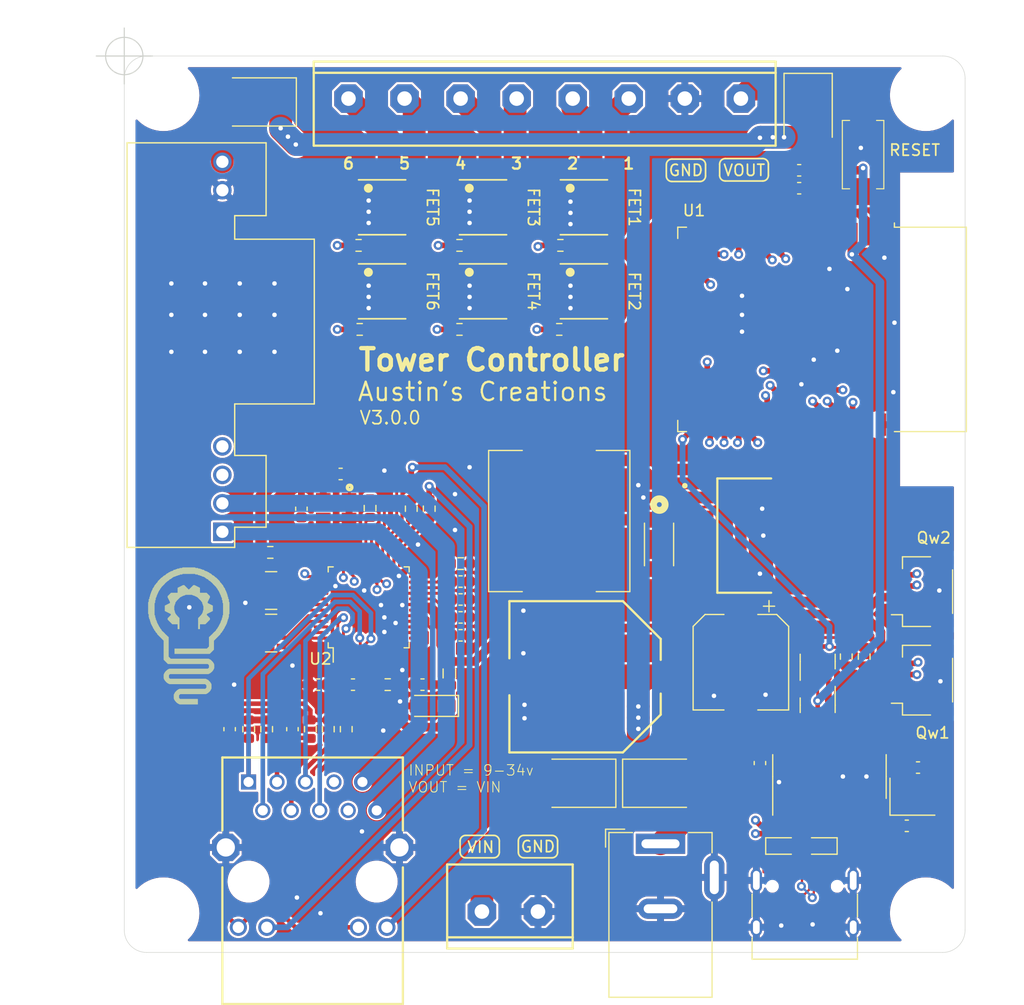
<source format=kicad_pcb>
(kicad_pcb (version 20211014) (generator pcbnew)
  (layers (0 "F.Cu" signal) (1 "In1.Cu" signal) (2 "In2.Cu" signal) (31 "B.Cu" signal) (34 "B.Paste" user) (35 "F.Paste" user) (36 "B.SilkS" user "B.Silkscreen") (37 "F.SilkS" user "F.Silkscreen") (38 "B.Mask" user) (39 "F.Mask" user) (44 "Edge.Cuts" user))
  (net 0 "")
  (net 1 "GNDREF")
  (net 2 "RST")
  (net 3 "Net-(BJ1-Pad1)")
  (net 4 "Net-(C1-Pad1)")
  (net 5 "+3V3")
  (net 6 "Net-(C4-Pad2)")
  (net 7 "Net-(C5-Pad2)")
  (net 8 "+3.3VA")
  (net 9 "Net-(C10-Pad2)")
  (net 10 "Net-(C12-Pad2)")
  (net 11 "Net-(C15-Pad2)")
  (net 12 "Net-(C17-Pad1)")
  (net 13 "Net-(C18-Pad1)")
  (net 14 "Net-(C19-Pad2)")
  (net 15 "Net-(D2-Pad1)")
  (net 16 "VDD")
  (net 17 "Net-(D4-Pad1)")
  (net 18 "Net-(D5-Pad1)")
  (net 19 "Net-(D6-Pad2)")
  (net 20 "Net-(D7-Pad2)")
  (net 21 "1")
  (net 22 "2")
  (net 23 "3")
  (net 24 "4")
  (net 25 "IO15_FET4")
  (net 26 "5")
  (net 27 "IO16_FET5")
  (net 28 "6")
  (net 29 "IO17_FET6")
  (net 34 "unconnected-(J1-PadA4)")
  (net 35 "VA1")
  (net 36 "VA2")
  (net 37 "VB1")
  (net 38 "VB2")
  (net 39 "Net-(Q1-Pad1)")
  (net 40 "Net-(Q1-Pad2)")
  (net 41 "IO00")
  (net 42 "IO21_SDA")
  (net 43 "IO22_SCL")
  (net 44 "IO33_SDA2")
  (net 45 "IO32_SCL2")
  (net 46 "Net-(R2-Pad1)")
  (net 47 "Net-(R3-Pad2)")
  (net 48 "Net-(R4-Pad2)")
  (net 49 "Net-(R5-Pad2)")
  (net 50 "Net-(R6-Pad1)")
  (net 51 "Net-(R7-Pad2)")
  (net 52 "Net-(R8-Pad1)")
  (net 53 "Net-(R10-Pad1)")
  (net 54 "Net-(R10-Pad2)")
  (net 55 "Net-(R11-Pad1)")
  (net 56 "Net-(R11-Pad2)")
  (net 59 "Net-(RN3-Pad7)")
  (net 60 "Net-(RN3-Pad8)")
  (net 61 "Net-(RN3-Pad6)")
  (net 62 "Net-(RN3-Pad5)")
  (net 63 "Net-(RN4-Pad1)")
  (net 64 "Net-(RN4-Pad3)")
  (net 65 "Net-(RN4-Pad2)")
  (net 66 "Net-(RN4-Pad4)")
  (net 72 "eth_CS")
  (net 75 "eth_RST")
  (net 83 "SCK")
  (net 84 "SDO")
  (net 86 "IO03_RX")
  (net 87 "IO01_TX")
  (net 88 "SDI")
  (net 102 "IO14_FET1")
  (net 103 "IO05_FET2")
  (net 104 "IO04_FET3")
  (footprint "Resistor_SMD:R_0603_1608Metric" (layer "F.Cu") (at 58.900009 36.900002 180)
    (fp_text reference "R12" hide)
    (fp_text value "10k" hide)
  )
  (footprint "Capacitor_SMD:C_0603_1608Metric" (layer "F.Cu") (at 35.8 60.4 -90)
    (fp_text reference "C5" hide)
    (fp_text value "20pF" hide)
  )
  (footprint "Capacitor_SMD:C_0603_1608Metric" (layer "F.Cu") (at 90.8 83.5 180)
    (fp_text reference "C17" hide)
    (fp_text value "20pF" hide)
  )
  (footprint "Austins creations:button" (layer "F.Cu") (at 85.900006 28.799993 -90)
    (fp_text reference "B1" hide)
    (fp_text value "button" hide)
  )
  (footprint "Austins creations:FET SM4838" (layer "F.Cu") (at 43 41 -90)
    (fp_text reference "FET6")
    (fp_text value "FET_SM4838" hide)
  )
  (footprint "Capacitor_SMD:C_0603_1608Metric" (layer "F.Cu") (at 39.3 57.3)
    (fp_text reference "C4" hide)
    (fp_text value "20pF" hide)
  )
  (footprint "Capacitor_SMD:C_0603_1608Metric" (layer "F.Cu") (at 76.7 83.1 -90)
    (fp_text reference "C16" hide)
    (fp_text value "100nF" hide)
  )
  (footprint "Diode_SMD:D_0603_1608Metric" (layer "F.Cu") (at 82.1 90.5 180)
    (fp_text reference "D6" hide)
    (fp_text value "PGB1010603NR" hide)
  )
  (footprint "logos:Creations logo med" (layer "F.Cu") (at 25.8 69.3)
    (fp_text reference "LOGO1" hide)
    (fp_text value "Creations_logo_med" hide)
  )
  (footprint "Capacitor_SMD:C_0603_1608Metric" (layer "F.Cu") (at 35 80.075 -90)
    (fp_text reference "C19" hide)
    (fp_text value "22nF" hide)
  )
  (footprint "Austins creations:8pinblock" (layer "F.Cu") (at 57.5 24 180)
    (fp_text reference "ST2" hide)
    (fp_text value "8pinblock" hide)
  )
  (footprint "Resistor_SMD:R_0603_1608Metric" (layer "F.Cu") (at 33.025 64.3 180)
    (fp_text reference "R2" hide)
    (fp_text value "10k" hide)
  )
  (footprint "Resistor_SMD:R_0603_1608Metric" (layer "F.Cu") (at 40.999994 44.399987 180)
    (fp_text reference "R17" hide)
    (fp_text value "10k" hide)
  )
  (footprint "Capacitor_Tantalum_SMD:CP_EIA-3216-18_Kemet-A" (layer "F.Cu") (at 47.5 78 180)
    (fp_text reference "C8" hide)
    (fp_text value "10uF 6.3V A TANT" hide)
  )
  (footprint "Austins creations:2pinblock" (layer "F.Cu") (at 54.4 96.35)
    (fp_text reference "ST1" hide)
    (fp_text value "2pinblock" hide)
  )
  (footprint "Austins creations:25MHz_SMD_Crystal_Resonator" (layer "F.Cu") (at 38.9 60.4 180)
    (fp_text reference "Y1" hide)
    (fp_text value "25MHz_SMD_Crystal_Resonator" hide)
  )
  (footprint "Capacitor_SMD:C_0603_1608Metric" (layer "F.Cu") (at 50 68.5 180)
    (fp_text reference "C13" hide)
    (fp_text value "100nF" hide)
  )
  (footprint "Austins creations:qwiic horizontal" (layer "F.Cu") (at 91.4 67.8 90)
    (fp_text reference "Qw2")
    (fp_text value "qwiic_horizontal" hide)
  )
  (footprint "Austins creations:12x12x8 inductor" (layer "F.Cu") (at 58.8 61.5 90)
    (fp_text reference "L1" hide)
    (fp_text value "33UH" hide)
  )
  (footprint "Capacitor_SMD:C_0603_1608Metric" (layer "F.Cu") (at 89.8 88.7)
    (fp_text reference "C18" hide)
    (fp_text value "20pF" hide)
  )
  (footprint "Resistor_SMD:R_0603_1608Metric" (layer "F.Cu") (at 41.925011 60.34499 -90)
    (fp_text reference "R1" hide)
    (fp_text value "1M" hide)
  )
  (footprint "Resistor_SMD:R_Array_Convex_4x0603" (layer "F.Cu") (at 33.1 71.5)
    (fp_text reference "RN3" hide)
    (fp_text value "10k" hide)
  )
  (footprint "RF_Module:ESP32-WROOM-32" (layer "F.Cu") (at 79.25 44.4 -90)
    (fp_text reference "U1")
    (fp_text value "ESP32-WROOM-32D")
  )
  (footprint "Diode_SMD:D_SMB" (layer "F.Cu") (at 68 84.9)
    (fp_text reference "D1" hide)
    (fp_text value "S3MB" hide)
  )
  (footprint "Diode_SMD:D_0603_1608Metric" (layer "F.Cu") (at 78.7 90.5)
    (fp_text reference "D7" hide)
    (fp_text value "PGB1010603NR" hide)
  )
  (footprint "Austins creations:FET SM4838" (layer "F.Cu") (at 43 33.5 -90)
    (fp_text reference "FET5")
    (fp_text value "FET_SM4838" hide)
  )
  (footprint "Resistor_SMD:R_Array_Convex_4x0603" (layer "F.Cu") (at 33.1 67.7 180)
    (fp_text reference "RN4" hide)
    (fp_text value "10k" hide)
  )
  (footprint "Austins creations:FET SM4838" (layer "F.Cu") (at 52 33.5 -90)
    (fp_text reference "FET3")
    (fp_text value "FET_SM4838" hide)
  )
  (footprint "Inductor_SMD:L_0805_2012Metric" (layer "F.Cu") (at 49 75.1 -90)
    (fp_text reference "L2" hide)
    (fp_text value "1uH 250mA 0805" hide)
  )
  (footprint "Austins creations:DP1435" (layer "F.Cu") (at 28.6 45.8 90)
    (fp_text reference "POE1" hide)
    (fp_text value "DP1435" hide)
  )
  (footprint "MountingHole:MountingHole_3.2mm_M3" (layer "F.Cu") (at 91.5 23.5)
    (fp_text reference "H4" hide)
    (fp_text value "MountingHole" hide)
  )
  (footprint "Diode_SMD:D_SMB" (layer "F.Cu") (at 60.3 84.9 180)
    (fp_text reference "D2" hide)
    (fp_text value "S3MB" hide)
  )
  (footprint "Capacitor_SMD:C_0603_1608Metric" (layer "F.Cu") (at 46.6 76.1)
    (fp_text reference "C14" hide)
    (fp_text value "100nF" hide)
  )
  (footprint "Connector_USB:USB_C_Receptacle_HRO_TYPE-C-31-M-12" (layer "F.Cu") (at 80.7 96.7)
    (fp_text reference "J1" hide)
    (fp_text value "USB_C_Receptacle_USB2.0" hide)
  )
  (footprint "Resistor_SMD:R_0603_1608Metric" (layer "F.Cu") (at 36.6 80.075 90)
    (fp_text reference "R9" hide)
    (fp_text value "10R" hide)
  )
  (footprint "MountingHole:MountingHole_3.2mm_M3" (layer "F.Cu") (at 91.5 96.5)
    (fp_text reference "H3" hide)
    (fp_text value "MountingHole" hide)
  )
  (footprint "Capacitor_SMD:C_0603_1608Metric" (layer "F.Cu") (at 37.3 76.1)
    (fp_text reference "C9" hide)
    (fp_text value "10nF" hide)
  )
  (footprint "Austins creations:FET SM4838" (layer "F.Cu") (at 52 41 -90)
    (fp_text reference "FET4")
    (fp_text value "FET_SM4838" hide)
  )
  (footprint "Package_TO_SOT_SMD:SOT-23" (layer "F.Cu") (at 81.85 77.9375 -90)
    (fp_text reference "Q1" hide)
    (fp_text value "MMBT3904" hide)
  )
  (footprint "Resistor_SMD:R_0603_1608Metric" (layer "F.Cu") (at 32.7 80.075 -90)
    (fp_text reference "R7" hide)
    (fp_text value "49.9R" hide)
  )
  (footprint "Package_SO:SOIC-16_3.9x9.9mm_P1.27mm" (layer "F.Cu") (at 82.9 84.3 90)
    (fp_text reference "U3" hide)
    (fp_text value "CH340G" hide)
  )
  (footprint "Austins creations:large capacitor 12.5d 13.5h" (layer "F.Cu") (at 61.1 75.4 180)
    (fp_text reference "C1" hide)
    (fp_text value "680uF 35v" hide)
  )
  (footprint "Resistor_SMD:R_0603_1608Metric" (layer "F.Cu") (at 40.899994 36.900002 180)
    (fp_text reference "R16" hide)
    (fp_text value "10k" hide)
  )
  (footprint "Resistor_SMD:R_0603_1608Metric" (layer "F.Cu") (at 31.1 80.075 -90)
    (fp_text reference "R5" hide)
    (fp_text value "49.9R" hide)
  )
  (footprint "Crystal:Crystal_SMD_3225-4Pin_3.2x2.5mm" (layer "F.Cu") (at 90.3 86.1)
    (fp_text reference "Y2" hide)
    (fp_text value "Crystal_GND23" hide)
  )
  (footprint "Resistor_SMD:R_0603_1608Metric" (layer "F.Cu") (at 39.8 80.075 90)
    (fp_text reference "R6" hide)
    (fp_text value "49.9R" hide)
  )
  (footprint "Capacitor_SMD:C_0603_1608Metric" (layer "F.Cu") (at 40.4 76.1 180)
    (fp_text reference "C11" hide)
    (fp_text value "100nF" hide)
  )
  (footprint "Resistor_SMD:R_0603_1608Metric" (layer "F.Cu") (at 50 65.3 180)
    (fp_text reference "R3" hide)
    (fp_text value "10k" hide)
  )
  (footprint "Capacitor_SMD:C_0603_1608Metric" (layer "F.Cu") (at 80.2 30.2)
    (fp_text reference "C3" hide)
    (fp_text value "1uF" hide)
  )
  (footprint "Resistor_SMD:R_0603_1608Metric" (layer "F.Cu") (at 49.900002 44.399987 180)
    (fp_text reference "R15" hide)
    (fp_text value "10k" hide)
  )
  (footprint "Resistor_SMD:R_0603_1608Metric" (layer "F.Cu") (at 38.2 80.075 90)
    (fp_text reference "R8" hide)
    (fp_text value "49.9R" hide)
  )
  (footprint "MountingHole:MountingHole_3.2mm_M3" (layer "F.Cu") (at 23.5 23.5)
    (fp_text reference "H1" hide)
    (fp_text value "MountingHole" hide)
  )
  (footprint "Package_TO_SOT_SMD:SOT-23" (layer "F.Cu") (at 81.85 74.0375 90)
    (fp_text reference "Q2" hide)
    (fp_text value "MMBT3904" hide)
  )
  (footprint "Austins creations:FET SM4838" (layer "F.Cu") (at 61 33.5 -90)
    (fp_text reference "FET1")
    (fp_text value "FET_SM4838" hide)
  )
  (footprint "Austins creations:LM2596S" (layer "F.Cu") (at 76.7 62.8)
    (fp_text reference "PS1" hide)
    (fp_text value "LM2596S-3V3" hide)
  )
  (footprint "Austins creations:PMEG3050EP" (layer "F.Cu") (at 67.7 63.588908 -90)
    (fp_text reference "D5" hide)
    (fp_text value "PMEG4050EP" hide)
  )
  (footprint "Package_QFP:LQFP-48_7x7mm_P0.5mm" (layer "F.Cu") (at 41.799993 69.199989 90)
    (fp_text reference "U2")
    (fp_text value "W5500" hide)
  )
  (footprint "Capacitor_SMD:CP_Elec_8x6.2" (layer "F.Cu") (at 75 74.1 -90)
    (fp_text reference "C2" hide)
    (fp_text value "220uF 6.3v" hide)
  )
  (footprint "Resistor_SMD:R_0603_1608Metric" (layer "F.Cu") (at 45.6 60.4 -90)
    (fp_text reference "R11" hide)
    (fp_text value "470R" hide)
  )
  (footprint "Capacitor_SMD:C_0603_1608Metric" (layer "F.Cu") (at 80.2 31.8)
    (fp_text reference "C6" hide)
    (fp_text value "10uF" hide)
  )
  (footprint "Diode_SMD:D_SMB" (layer "F.Cu") (at 31.8 24.1 180)
    (fp_text reference "D4" hide)
    (fp_text value "S3MB" hide)
  )
  (footprint "Capacitor_SMD:C_0603_1608Metric" (layer "F.Cu") (at 29.4 80.075 90)
    (fp_text reference "C15" hide)
    (fp_text value "10nF" hide)
  )
  (footprint "Capacitor_SMD:C_0603_1608Metric" (layer "F.Cu") (at 50 66.9 180)
    (fp_text reference "C10" hide)
    (fp_text value "10nF" hide)
  )
  (footprint "Diode_SMD:D_SMB" (layer "F.Cu") (at 81 25.1 -90)
    (fp_text reference "D3" hide)
    (fp_text value "S3MB" hide)
  )
  (footprint "Austins creations:Barrel Jack" (layer "F.Cu") (at 67.83 95.9)
    (fp_text reference "BJ1" hide)
    (fp_text value "Barrel_Jack" hide)
  )
  (footprint "Resistor_SMD:R_0603_1608Metric" (layer "F.Cu") (at 47.2 60.4 -90)
    (fp_text reference "R10" hide)
    (fp_text value "470R" hide)
  )
  (footprint "MountingHole:MountingHole_3.2mm_M3" (layer "F.Cu") (at 23.5 96.5)
    (fp_text reference "H2" hide)
    (fp_text value "MountingHole" hide)
  )
  (footprint "Austins creations:qwiic horizontal" (layer "F.Cu") (at 91.4 75.7 90)
    (fp_text reference "Qw1")
    (fp_text value "qwiic_horizontal" hide)
  )
  (footprint "Capacitor_SMD:C_0603_1608Metric" (layer "F.Cu") (at 50 70.1 180)
    (fp_text reference "C12" hide)
    (fp_text value "4.7uF" hide)
  )
  (footprint "Resistor_SMD:R_0603_1608Metric" (layer "F.Cu") (at 84.4 73.6 -90)
    (fp_text reference "R19" hide)
    (fp_text value "10k" hide)
  )
  (footprint "Capacitor_SMD:C_0603_1608Metric" (layer "F.Cu") (at 50 71.7 180)
    (fp_text reference "C7" hide)
    (fp_text value "100nF" hide)
  )
  (footprint "Resistor_SMD:R_0603_1608Metric" (layer "F.Cu") (at 43.5 76.1 180)
    (fp_text reference "R4" hide)
    (fp_text value "12.4k" hide)
  )
  (footprint "Austins creations:HY931147C" (layer "F.Cu") (at 36.8 93.6)
    (fp_text reference "RJ45-1" hide)
    (fp_text value "HY931147C" hide)
  )
  (footprint "Austins creations:FET SM4838" (layer "F.Cu") (at 61 41 -90)
    (fp_text reference "FET2")
    (fp_text value "FET_SM4838" hide)
  )
  (footprint "Resistor_SMD:R_0603_1608Metric" (layer "F.Cu") (at 58.800009 44.399987 180)
    (fp_text reference "R13" hide)
    (fp_text value "10k" hide)
  )
  (footprint "Resistor_SMD:R_0603_1608Metric" (layer "F.Cu") (at 86 73.6 -90)
    (fp_text reference "R18" hide)
    (fp_text value "10k" hide)
  )
  (footprint "Resistor_SMD:R_0603_1608Metric" (layer "F.Cu") (at 49.900002 36.900002 180)
    (fp_text reference "R14" hide)
    (fp_text value "10k" hide)
  )
  (gr_arc (start 49.953555 90.053553) (mid 50.100002 89.7) (end 50.453555 89.553553) (layer "F.SilkS") (width 0.15))
  (gr_arc (start 55.15 90.053553) (mid 55.296447 89.7) (end 55.65 89.553553) (layer "F.SilkS") (width 0.15))
  (gr_line (start 73.107115 29.653559) (end 73.107115 30.653559) (layer "F.SilkS") (width 0.15))
  (gr_arc (start 52.953555 89.553553) (mid 53.307108 89.7) (end 53.453555 90.053553) (layer "F.SilkS") (width 0.15))
  (gr_arc (start 73.107115 29.653559) (mid 73.253562 29.300006) (end 73.607115 29.153559) (layer "F.SilkS") (width 0.15))
  (gr_line (start 58.15 89.553553) (end 55.65 89.553553) (layer "F.SilkS") (width 0.15))
  (gr_arc (start 76.953562 29.153559) (mid 77.307115 29.300006) (end 77.453562 29.653559) (layer "F.SilkS") (width 0.15))
  (gr_line (start 71.85 29.7) (end 71.85 30.7) (layer "F.SilkS") (width 0.15))
  (gr_arc (start 71.85 30.7) (mid 71.703553 31.053553) (end 71.35 31.2) (layer "F.SilkS") (width 0.15))
  (gr_line (start 77.453562 29.653559) (end 77.453562 30.653559) (layer "F.SilkS") (width 0.15))
  (gr_arc (start 50.453555 91.553553) (mid 50.100002 91.407106) (end 49.953555 91.053553) (layer "F.SilkS") (width 0.15))
  (gr_arc (start 68.35 29.7) (mid 68.496447 29.346447) (end 68.85 29.2) (layer "F.SilkS") (width 0.15))
  (gr_line (start 53.453555 90.053553) (end 53.453555 91.053553) (layer "F.SilkS") (width 0.15))
  (gr_line (start 58.15 91.553553) (end 55.65 91.553553) (layer "F.SilkS") (width 0.15))
  (gr_line (start 71.35 31.2) (end 68.85 31.2) (layer "F.SilkS") (width 0.15))
  (gr_line (start 52.953555 91.553553) (end 50.453555 91.553553) (layer "F.SilkS") (width 0.15))
  (gr_line (start 58.65 90.053553) (end 58.65 91.053553) (layer "F.SilkS") (width 0.15))
  (gr_arc (start 58.65 91.053553) (mid 58.503553 91.407106) (end 58.15 91.553553) (layer "F.SilkS") (width 0.15))
  (gr_line (start 52.953555 89.553553) (end 50.453555 89.553553) (layer "F.SilkS") (width 0.15))
  (gr_arc (start 77.453562 30.653559) (mid 77.307115 31.007112) (end 76.953562 31.153559) (layer "F.SilkS") (width 0.15))
  (gr_arc (start 58.15 89.553553) (mid 58.503553 89.7) (end 58.65 90.053553) (layer "F.SilkS") (width 0.15))
  (gr_arc (start 55.65 91.553553) (mid 55.296447 91.407106) (end 55.15 91.053553) (layer "F.SilkS") (width 0.15))
  (gr_line (start 76.953562 29.153559) (end 73.607115 29.153559) (layer "F.SilkS") (width 0.15))
  (gr_arc (start 71.35 29.2) (mid 71.703553 29.346447) (end 71.85 29.7) (layer "F.SilkS") (width 0.15))
  (gr_line (start 68.35 29.7) (end 68.35 30.7) (layer "F.SilkS") (width 0.15))
  (gr_arc (start 73.607115 31.153559) (mid 73.253562 31.007112) (end 73.107115 30.653559) (layer "F.SilkS") (width 0.15))
  (gr_arc (start 53.453555 91.053553) (mid 53.307108 91.407106) (end 52.953555 91.553553) (layer "F.SilkS") (width 0.15))
  (gr_line (start 71.35 29.2) (end 68.85 29.2) (layer "F.SilkS") (width 0.15))
  (gr_line (start 55.15 90.053553) (end 55.15 91.053553) (layer "F.SilkS") (width 0.15))
  (gr_line (start 49.953555 90.053553) (end 49.953555 91.053553) (layer "F.SilkS") (width 0.15))
  (gr_line (start 76.953562 31.153559) (end 73.607115 31.153559) (layer "F.SilkS") (width 0.15))
  (gr_arc (start 68.85 31.2) (mid 68.496447 31.053553) (end 68.35 30.7) (layer "F.SilkS") (width 0.15))
  (gr_line (start 95 98) (end 95 22) (layer "Edge.Cuts") (width 0.05))
  (gr_arc (start 93 20) (mid 94.414214 20.585786) (end 95 22) (layer "Edge.Cuts") (width 0.05))
  (gr_arc (start 22 100) (mid 20.585786 99.414214) (end 20 98) (layer "Edge.Cuts") (width 0.05))
  (gr_line (start 20 22) (end 20 98) (layer "Edge.Cuts") (width 0.05))
  (gr_line (start 22 100) (end 93 100) (layer "Edge.Cuts") (width 0.05))
  (gr_arc (start 95 98) (mid 94.414214 99.414214) (end 93 100) (layer "Edge.Cuts") (width 0.05))
  (gr_arc (start 20 22) (mid 20.585786 20.585786) (end 22 20) (layer "Edge.Cuts") (width 0.05))
  (gr_line (start 93 20) (end 22 20) (layer "Edge.Cuts") (width 0.05))
  (gr_text "1" (at 65 29.6) (layer "F.SilkS") (effects (font (size 1 1) (thickness 0.2))))
  (gr_text "VIN" (at 51.8 90.6) (layer "F.SilkS") (effects (font (size 1 1))))
  (gr_text "Austin's Creations" (at 40.7 49) (layer "F.SilkS") (effects (font (size 1.63576 1.63576) (thickness 0.2)) (justify left top)))
  (gr_text "5" (at 45 29.6) (layer "F.SilkS") (effects (font (size 1 1) (thickness 0.2))))
  (gr_text "6" (at 40 29.6) (layer "F.SilkS") (effects (font (size 1 1) (thickness 0.2))))
  (gr_text "VOUT" (at 75.3 30.2) (layer "F.SilkS") (effects (font (size 1 1))))
  (gr_text "GND" (at 70.1 30.2) (layer "F.SilkS") (effects (font (size 1 1))))
  (gr_text "V3.0.0" (at 40.9 51.6) (layer "F.SilkS") (effects (font (size 1.1684 1.1684)) (justify left top)))
  (gr_text "INPUT = 9-34v\nVOUT = VIN" (at 45.3 85.8) (layer "F.SilkS") (effects (font (size 0.93472 0.93472) (thickness 0.08128)) (justify left bottom)))
  (gr_text "2" (at 60 29.6) (layer "F.SilkS") (effects (font (size 1 1) (thickness 0.2))))
  (gr_text "RESET" (at 90.5 28.4) (layer "F.SilkS") (effects (font (size 1 1))))
  (gr_text "GND" (at 56.9 90.553553) (layer "F.SilkS") (effects (font (size 1 1))))
  (gr_text "Tower Controller" (at 40.7 46) (layer "F.SilkS") (effects (font (size 1.909 1.909) (thickness 0.391)) (justify left top)))
  (gr_text "3" (at 55 29.6) (layer "F.SilkS") (effects (font (size 1 1) (thickness 0.2))))
  (gr_text "4" (at 50 29.6) (layer "F.SilkS") (effects (font (size 1 1) (thickness 0.2))))
  (target plus (at 20 20) (size 5) (width 0.1) (layer "Edge.Cuts"))
  (via (at 92.8 75.8) (size 0.8) (drill 0.4) (layers "F.Cu" "B.Cu") (net 1))
  (via (at 41.2 89.2) (size 0.8) (drill 0.4) (layers "F.Cu" "B.Cu") (net 1))
  (via (at 30.3 46.4) (size 0.8) (drill 0.4) (layers "F.Cu" "B.Cu") (net 1))
  (via (at 55.6 73.3) (size 0.8) (drill 0.4) (layers "F.Cu" "B.Cu") (net 1))
  (via (at 55.7 79.1) (size 0.8) (drill 0.4) (layers "F.Cu" "B.Cu") (net 1))
  (via (at 81.4 97.5) (size 0.8) (drill 0.4) (layers "F.Cu" "B.Cu") (net 1))
  (via (at 43.2 57) (size 0.8) (drill 0.4) (layers "F.Cu" "B.Cu") (net 1))
  (via (at 37.5 96.5) (size 0.8) (drill 0.4) (layers "F.Cu" "B.Cu") (net 1))
  (via (at 43.2 70.1) (size 0.8) (drill 0.4) (layers "F.Cu" "B.Cu") (net 1))
  (via (at 42.9 69) (size 0.8) (drill 0.4) (layers "F.Cu" "B.Cu") (net 1))
  (via (at 76.7 66.2) (size 0.8) (drill 0.4) (layers "F.Cu" "B.Cu") (net 1))
  (via (at 55.6 69.5) (size 0.8) (drill 0.4) (layers "F.Cu" "B.Cu") (net 1))
  (via (at 35 74.4) (size 0.8) (drill 0.4) (layers "F.Cu" "B.Cu") (net 1))
  (via (at 41.8 34.9) (size 0.8) (drill 0.4) (layers "F.Cu" "B.Cu") (net 1))
  (via (at 81.5 47.1) (size 0.8) (drill 0.4) (layers "F.Cu" "B.Cu") (net 1))
  (via (at 24.2 43.1) (size 0.8) (drill 0.4) (layers "F.Cu" "B.Cu") (net 1))
  (via (at 84.5 40.8) (size 0.8) (drill 0.4) (layers "F.Cu" "B.Cu") (net 1))
  (via (at 77.2 77) (size 0.8) (drill 0.4) (layers "F.Cu" "B.Cu") (net 1))
  (via (at 50.8 42.5) (size 0.8) (drill 0.4) (layers "F.Cu" "B.Cu") (net 1))
  (via (at 25.8 69.2) (size 0.8) (drill 0.4) (layers "F.Cu" "B.Cu") (net 1))
  (via (at 59.8 41.5) (size 0.8) (drill 0.4) (layers "F.Cu" "B.Cu") (net 1))
  (via (at 49.5 62.3) (size 0.8) (drill 0.4) (layers "F.Cu" "B.Cu") (net 1))
  (via (at 76.9 60.4) (size 0.8) (drill 0.4) (layers "F.Cu" "B.Cu") (net 1))
  (via (at 41.8 42.5) (size 0.8) (drill 0.4) (layers "F.Cu" "B.Cu") (net 1))
  (via (at 41.8 33.9) (size 0.8) (drill 0.4) (layers "F.Cu" "B.Cu") (net 1))
  (via (at 86.2 84.3) (size 0.8) (drill 0.4) (layers "F.Cu" "B.Cu") (net 1))
  (via (at 43.2 71.4) (size 0.8) (drill 0.4) (layers "F.Cu" "B.Cu") (net 1))
  (via (at 59.8 33) (size 0.8) (drill 0.4) (layers "F.Cu" "B.Cu") (net 1))
  (via (at 78.4 84.8) (size 0.8) (drill 0.4) (layers "F.Cu" "B.Cu") (net 1))
  (via (at 44.2 70.6) (size 0.8) (drill 0.4) (layers "F.Cu" "B.Cu") (net 1))
  (via (at 75.1 44.6) (size 0.8) (drill 0.4) (layers "F.Cu" "B.Cu") (net 1))
  (via (at 30.3 40.3) (size 0.8) (drill 0.4) (layers "F.Cu" "B.Cu") (net 1))
  (via (at 50.8 32.9) (size 0.8) (drill 0.4) (layers "F.Cu" "B.Cu") (net 1))
  (via (at 83.6 46.3) (size 0.8) (drill 0.4) (layers "F.Cu" "B.Cu") (net 1))
  (via (at 59.8 40.5) (size 0.8) (drill 0.4) (layers "F.Cu" "B.Cu") (net 1))
  (via (at 88.6 50) (size 0.8) (drill 0.4) (layers "F.Cu" "B.Cu") (net 1))
  (via (at 43.1 80.2) (size 0.8) (drill 0.4) (layers "F.Cu" "B.Cu") (net 1))
  (via (at 33.4 40.3) (size 0.8) (drill 0.4) (layers "F.Cu" "B.Cu") (net 1))
  (via (at 75.1 41.4) (size 0.8) (drill 0.4) (layers "F.Cu" "B.Cu") (net 1))
  (via (at 50.8 56.7) (size 0.8) (drill 0.4) (layers "F.Cu" "B.Cu") (net 1))
  (via (at 85.7 28.2) (size 0.8) (drill 0.4) (layers "F.Cu" "B.Cu") (net 1))
  (via (at 33.4 43.1) (size 0.8) (drill 0.4) (layers "F.Cu" "B.Cu") (net 1))
  (via (at 75.1 43.1) (size 0.8) (drill 0.4) (layers "F.Cu" "B.Cu") (net 1))
  (via (at 27.2 46.4) (size 0.8) (drill 0.4) (layers "F.Cu" "B.Cu") (net 1))
  (via (at 38.834371 67.306717) (size 0.8) (drill 0.4) (layers "F.Cu" "B.Cu") (net 1))
  (via (at 84.1 84.3) (size 0.8) (drill 0.4) (layers "F.Cu" "B.Cu") (net 1))
  (via (at 50.8 33.9) (size 0.8) (drill 0.4) (layers "F.Cu" "B.Cu") (net 1))
  (via (at 50.8 34.9) (size 0.8) (drill 0.4) (layers "F.Cu" "B.Cu") (net 1))
  (via (at 44.8 69) (size 0.8) (drill 0.4) (layers "F.Cu" "B.Cu") (net 1))
  (via (at 88.7 43.8) (size 0.8) (drill 0.4) (layers "F.Cu" "B.Cu") (net 1))
  (via (at 80.396484 49.296484) (size 0.8) (drill 0.4) (layers "F.Cu" "B.Cu") (net 1))
  (via (at 33.4 46.4) (size 0.8) (drill 0.4) (layers "F.Cu" "B.Cu") (net 1))
  (via (at 30.3 43.1) (size 0.8) (drill 0.4) (layers "F.Cu" "B.Cu") (net 1))
  (via (at 59.8 34) (size 0.8) (drill 0.4) (layers "F.Cu" "B.Cu") (net 1))
  (via (at 59.8 35) (size 0.8) (drill 0.4) (layers "F.Cu" "B.Cu") (net 1))
  (via (at 72.6 77.1) (size 0.8) (drill 0.4) (layers "F.Cu" "B.Cu") (net 1))
  (via (at 27.2 43.1) (size 0.8) (drill 0.4) (layers "F.Cu" "B.Cu") (net 1))
  (via (at 30.8 68.8) (size 0.8) (drill 0.4) (layers "F.Cu" "B.Cu") (net 1))
  (via (at 55.7 77.9) (size 0.8) (drill 0.4) (layers "F.Cu" "B.Cu") (net 1))
  (via (at 35.4 95.1) (size 0.8) (drill 0.4) (layers "F.Cu" "B.Cu") (net 1))
  (via (at 77 62.8) (size 0.8) (drill 0.4) (layers "F.Cu" "B.Cu") (net 1))
  (via (at 27.2 40.3) (size 0.8) (drill 0.4) (layers "F.Cu" "B.Cu") (net 1))
  (via (at 41.8 32.9) (size 0.8) (drill 0.4) (layers "F.Cu" "B.Cu") (net 1))
  (via (at 44.6 77.6) (size 0.8) (drill 0.4) (layers "F.Cu" "B.Cu") (net 1))
  (via (at 78.6 97.6) (size 0.8) (drill 0.4) (layers "F.Cu" "B.Cu") (net 1))
  (via (at 87.8 38) (size 0.8) (drill 0.4) (layers "F.Cu" "B.Cu") (net 1))
  (via (at 24.2 40.3) (size 0.8) (drill 0.4) (layers "F.Cu" "B.Cu") (net 1))
  (via (at 50.8 41.5) (size 0.8) (drill 0.4) (layers "F.Cu" "B.Cu") (net 1))
  (via (at 82.9 39) (size 0.8) (drill 0.4) (layers "F.Cu" "B.Cu") (net 1))
  (via (at 46.2 63.6) (size 0.8) (drill 0.4) (layers "F.Cu" "B.Cu") (net 1))
  (via (at 50.8 40.5) (size 0.8) (drill 0.4) (layers "F.Cu" "B.Cu") (net 1))
  (via (at 59.8 42.5) (size 0.8) (drill 0.4) (layers "F.Cu" "B.Cu") (net 1))
  (via (at 44.5 66.4) (size 0.8) (drill 0.4) (layers "F.Cu" "B.Cu") (net 1))
  (via (at 44.8 74.8) (size 0.8) (drill 0.4) (layers "F.Cu" "B.Cu") (net 1))
  (via (at 41.8 41.5) (size 0.8) (drill 0.4) (layers "F.Cu" "B.Cu") (net 1))
  (via (at 41.8 40.5) (size 0.8) (drill 0.4) (layers "F.Cu" "B.Cu") (net 1))
  (via (at 24.2 46.4) (size 0.8) (drill 0.4) (layers "F.Cu" "B.Cu") (net 1))
  (via (at 49.5 59.1) (size 0.8) (drill 0.4) (layers "F.Cu" "B.Cu") (net 1))
  (via (at 29.8 76.1) (size 0.8) (drill 0.4) (layers "F.Cu" "B.Cu") (net 1))
  (via (at 92.7 67.7) (size 0.8) (drill 0.4) (layers "F.Cu" "B.Cu") (net 1))
  (via (at 41.4 67.7) (size 0.8) (drill 0.4) (layers "F.Cu" "B.Cu") (net 1))
  (segment (start 86 72.775) (end 86 72.4) (width 0.254) (layer "F.Cu") (net 2))
  (segment (start 81.85 78.875) (end 81.85 77.5375) (width 0.4064) (layer "F.Cu") (net 2))
  (segment (start 81.85 74.513599) (end 81.85 77.5375) (width 0.254) (layer "F.Cu") (net 2))
  (segment (start 86 72.4) (end 85.5 71.9) (width 0.254) (layer "F.Cu") (net 2))
  (segment (start 81.11098 72.38902) (end 81.11098 73.774579) (width 0.254) (layer "F.Cu") (net 2))
  (segment (start 84.9 35.965) (end 84.965 35.9) (width 0.762) (layer "F.Cu") (net 2))
  (segment (start 85.7 30.2) (end 85.9 30) (width 0.762) (layer "F.Cu") (net 2))
  (segment (start 85.9 32.1) (end 85.9 30) (width 0.762) (layer "F.Cu") (net 2))
  (segment (start 80.975 30.2) (end 85.7 30.2) (width 0.762) (layer "F.Cu") (net 2))
  (segment (start 85.5 71.9) (end 81.6 71.9) (width 0.254) (layer "F.Cu") (net 2))
  (segment (start 84.9 37.7) (end 84.9 35.965) (width 0.762) (layer "F.Cu") (net 2))
  (segment (start 81.11098 73.774579) (end 81.85 74.513599) (width 0.254) (layer "F.Cu") (net 2))
  (segment (start 81.6 71.9) (end 81.11098 72.38902) (width 0.254) (layer "F.Cu") (net 2))
  (via (at 85.9 30) (size 0.8) (drill 0.4) (layers "F.Cu" "B.Cu") (net 2))
  (via (at 84.9 37.7) (size 0.8) (drill 0.4) (layers "F.Cu" "B.Cu") (net 2))
  (via (at 81.85 77.5375) (size 0.8) (drill 0.4) (layers "F.Cu" "B.Cu") (net 2))
  (segment (start 84.9 37.7) (end 87.4 40.2) (width 0.762) (layer "B.Cu") (net 2))
  (segment (start 87.4 40.2) (end 87.4 71.9875) (width 0.762) (layer "B.Cu") (net 2))
  (segment (start 85.9 36.7) (end 84.9 37.7) (width 0.762) (layer "B.Cu") (net 2))
  (segment (start 87.4 71.9875) (end 81.85 77.5375) (width 0.762) (layer "B.Cu") (net 2))
  (segment (start 85.9 30) (end 85.9 36.7) (width 0.762) (layer "B.Cu") (net 2))
  (segment (start 70.15 84.9) (end 70.15 87.98) (width 2.032) (layer "F.Cu") (net 3))
  (segment (start 70.15 87.98) (end 67.83 90.3) (width 2.032) (layer "F.Cu") (net 3))
  (segment (start 65.85 79.05) (end 65.85 78.05) (width 2.032) (layer "F.Cu") (net 4))
  (segment (start 33.95 26.55) (end 33.95 26.45) (width 2.032) (layer "F.Cu") (net 4))
  (segment (start 65.85 78.05) (end 65.85 76.2) (width 2.032) (layer "F.Cu") (net 4))
  (segment (start 35.3 27.9) (end 34.6 27.2) (width 2.032) (layer "F.Cu") (net 4))
  (segment (start 65.85 58.3) (end 65.85 58.95) (width 1.016) (layer "F.Cu") (net 4))
  (segment (start 34.6 27.2) (end 33.95 26.55) (width 2.032) (layer "F.Cu") (net 4))
  (segment (start 65.85 84.9) (end 65.85 80.05) (width 2.032) (layer "F.Cu") (net 4))
  (segment (start 66.3 59.4) (end 71.15 59.4) (width 1.016) (layer "F.Cu") (net 4))
  (segment (start 65.85 80.05) (end 65.85 79.05) (width 2.032) (layer "F.Cu") (net 4))
  (segment (start 76.75 27.25) (end 76.7 27.3) (width 2.032) (layer "F.Cu") (net 4))
  (segment (start 33.95 26.45) (end 33.95 24.1) (width 2.032) (layer "F.Cu") (net 4))
  (segment (start 65.85 76.2) (end 66.65 75.4) (width 2.032) (layer "F.Cu") (net 4))
  (segment (start 62.45 84.9) (end 65.85 84.9) (width 2.032) (layer "F.Cu") (net 4))
  (segment (start 81 27.25) (end 76.75 27.25) (width 2.032) (layer "F.Cu") (net 4))
  (segment (start 65.85 58.95) (end 66.3 59.4) (width 1.016) (layer "F.Cu") (net 4))
  (via (at 34.6 27.2) (size 0.8) (drill 0.4) (layers "F.Cu" "B.Cu") (net 4))
  (via (at 76.7 27.3) (size 0.8) (drill 0.4) (layers "F.Cu" "B.Cu") (net 4))
  (via (at 35.3 27.9) (size 0.8) (drill 0.4) (layers "F.Cu" "B.Cu") (net 4))
  (via (at 65.85 58.3) (size 0.8) (drill 0.4) (layers "F.Cu" "B.Cu") (net 4))
  (via (at 65.85 80.05) (size 0.8) (drill 0.4) (layers "F.Cu" "B.Cu") (net 4))
  (via (at 77.85 27.25) (size 0.8) (drill 0.4) (layers "F.Cu" "B.Cu") (net 4))
  (via (at 65.85 78.05) (size 0.8) (drill 0.4) (layers "F.Cu" "B.Cu") (net 4))
  (via (at 66.3 59.4) (size 0.8) (drill 0.4) (layers "F.Cu" "B.Cu") (net 4))
  (via (at 78.85 27.25) (size 0.8) (drill 0.4) (layers "F.Cu" "B.Cu") (net 4))
  (via (at 33.95 26.45) (size 0.8) (drill 0.4) (layers "F.Cu" "B.Cu") (net 4))
  (via (at 65.85 79.05) (size 0.8) (drill 0.4) (layers "F.Cu" "B.Cu") (net 4))
  (segment (start 65.85 58.3) (end 65.85 27.95) (width 2.032) (layer "B.Cu") (net 4))
  (segment (start 35.4 27.9) (end 33.95 26.45) (width 2.032) (layer "B.Cu") (net 4))
  (segment (start 65.8 27.9) (end 35.4 27.9) (width 2.032) (layer "B.Cu") (net 4))
  (segment (start 76.1 27.9) (end 65.8 27.9) (width 2.032) (layer "B.Cu") (net 4))
  (segment (start 76.7 27.3) (end 76.1 27.9) (width 2.032) (layer "B.Cu") (net 4))
  (segment (start 76.75 27.25) (end 76.7 27.3) (width 2.032) (layer "B.Cu") (net 4))
  (segment (start 77.85 27.25) (end 76.75 27.25) (width 2.032) (layer "B.Cu") (net 4))
  (segment (start 65.85 27.95) (end 65.8 27.9) (width 2.032) (layer "B.Cu") (net 4))
  (segment (start 65.85 80.05) (end 65.85 58.3) (width 2.032) (layer "B.Cu") (net 4))
  (segment (start 78.85 27.25) (end 77.85 27.25) (width 2.032) (layer "B.Cu") (net 4))
  (segment (start 85.891889 69.8) (end 87.5 71.408111) (width 0.762) (layer "F.Cu") (net 5))
  (segment (start 56.45 54.2) (end 44.2 54.2) (width 1.016) (layer "F.Cu") (net 5))
  (segment (start 28.5 71) (end 28.5 72) (width 0.4064) (layer "F.Cu") (net 5))
  (segment (start 66.353484 56.08448) (end 66.369004 56.1) (width 1.016) (layer "F.Cu") (net 5))
  (segment (start 88.3 76.2) (end 89.2 76.2) (width 0.762) (layer "F.Cu") (net 5))
  (segment (start 85.891889 69.8) (end 87.391889 68.3) (width 0.762) (layer "F.Cu") (net 5))
  (segment (start 36 77.8) (end 36.6 78.4) (width 0.4064) (layer "F.Cu") (net 5))
  (segment (start 28.5 77.8) (end 36 77.8) (width 0.4064) (layer "F.Cu") (net 5))
  (segment (start 85.5 34) (end 80.9 34) (width 0.762) (layer "F.Cu") (net 5))
  (segment (start 78.455 81.825) (end 78.455 74.505) (width 0.6096) (layer "F.Cu") (net 5))
  (segment (start 86.235 34.735) (end 85.5 34) (width 0.762) (layer "F.Cu") (net 5))
  (segment (start 28.5 72.7) (end 28.5 77.8) (width 0.4064) (layer "F.Cu") (net 5))
  (segment (start 82.265 85.365) (end 81.4 84.5) (width 0.6096) (layer "F.Cu") (net 5))
  (segment (start 28.6 71.1) (end 28.5 71) (width 0.4064) (layer "F.Cu") (net 5))
  (segment (start 31.833 96.1) (end 33.6 96.1) (width 0.4064) (layer "F.Cu") (net 5))
  (segment (start 30.175 97.758) (end 26.7 94.283) (width 0.4064) (layer "F.Cu") (net 5))
  (segment (start 32.2 72.7) (end 28.5 72.7) (width 0.4064) (layer "F.Cu") (net 5))
  (segment (start 84.4 74.425) (end 86 74.425) (width 0.254) (layer "F.Cu") (net 5))
  (segment (start 44.3 54.3) (end 44.2 54.2) (width 0.254) (layer "F.Cu") (net 5))
  (segment (start 81.4 84.5) (end 79.7 84.5) (width 0.6096) (layer "F.Cu") (net 5))
  (segment (start 37.3 54.2) (end 32.2 59.3) (width 1.016) (layer "F.Cu") (net 5))
  (segment (start 58.8 56.55) (end 59.26552 56.08448) (width 1.016) (layer "F.Cu") (net 5))
  (segment (start 87.5 71.408111) (end 87.5 74.6) (width 0.762) (layer "F.Cu") (net 5))
  (segment (start 87.5 75.4) (end 88.3 76.2) (width 0.762) (layer "F.Cu") (net 5))
  (segment (start 78.455 71.945) (end 80.6 69.8) (width 0.762) (layer "F.Cu") (net 5))
  (segment (start 79.7 84.5) (end 78.455 83.255) (width 0.6096) (layer "F.Cu") (net 5))
  (segment (start 78.455 81.825) (end 77.2 81.825) (width 0.6096) (layer "F.Cu") (net 5))
  (segment (start 73.4 64.5) (end 75 66.1) (width 1.016) (layer "F.Cu") (net 5))
  (segment (start 36.6 78.4) (end 36.6 79.25) (width 0.4064) (layer "F.Cu") (net 5))
  (segment (start 32.2 64.3) (end 31.2 64.3) (width 0.4064) (layer "F.Cu") (net 5))
  (segment (start 75 66.1) (end 75 71.05) (width 1.016) (layer "F.Cu") (net 5))
  (segment (start 54.25 71.05) (end 51.2625 74.0375) (width 0.762) (layer "F.Cu") (net 5))
  (segment (start 32.2 71.1) (end 28.6 71.1) (width 0.4064) (layer "F.Cu") (net 5))
  (segment (start 67.2 56.1) (end 68 56.9) (width 1.016) (layer "F.Cu") (net 5))
  (segment (start 75 58.6) (end 75 66.1) (width 1.016) (layer "F.Cu") (net 5))
  (segment (start 87.325 74.425) (end 87.5 74.6) (width 0.254) (layer "F.Cu") (net 5))
  (segment (start 49 74.0375) (end 49 71.925) (width 0.762) (layer "F.Cu") (net 5))
  (segment (start 78.455 74.505) (end 75 71.05) (width 0.762) (layer "F.Cu") (net 5))
  (segment (start 35.258 97.758) (end 40.885 97.758) (width 0.4064) (layer "F.Cu") (net 5))
  (segment (start 28.5 67) (end 28.5 71) (width 0.4064) (layer "F.Cu") (net 5))
  (segment (start 28.5 72) (end 28.5 72.7) (width 0.4064) (layer "F.Cu") (net 5))
  (segment (start 80.9 34) (end 68.4 34) (width 0.762) (layer "F.Cu") (net 5))
  (segment (start 75 71.05) (end 54.25 71.05) (width 0.762) (layer "F.Cu") (net 5))
  (segment (start 32.2 59.3) (end 32.2 64.3) (width 1.016) (layer "F.Cu") (net 5))
  (segment (start 68 56.9) (end 73.3 56.9) (width 1.016) (layer "F.Cu") (net 5))
  (segment (start 58.8 56.55) (end 56.45 54.2) (width 1.016) (layer "F.Cu") (net 5))
  (segment (start 44.2 54.2) (end 37.3 54.2) (width 1.016) (layer "F.Cu") (net 5))
  (segment (start 26.7 94.283) (end 26.7 79.6) (width 0.4064) (layer "F.Cu") (net 5))
  (segment (start 77.2 81.825) (end 76.7 82.325) (width 0.6096) (layer "F.Cu") (net 5))
  (segment (start 78.455 83.255) (end 78.455 81.825) (width 0.6096) (layer "F.Cu") (net 5))
  (segment (start 66.369004 56.1) (end 67.2 56.1) (width 1.016) (layer "F.Cu") (net 5))
  (segment (start 44.3 62.158626) (end 44.3 54.3) (width 0.254) (layer "F.Cu") (net 5))
  (segment (start 87.391889 68.3) (end 89.2 68.3) (width 0.762) (layer "F.Cu") (net 5))
  (segment (start 78.455 74.505) (end 78.455 71.945) (width 0.762) (layer "F.Cu") (net 5))
  (segment (start 80.975 33.925) (end 80.9 34) (width 0.762) (layer "F.Cu") (net 5))
  (segment (start 67.2 35.2) (end 67.2 56.1) (width 0.762) (layer "F.Cu") (net 5))
  (segment (start 59.26552 56.08448) (end 66.353484 56.08448) (width 1.016) (layer "F.Cu") (net 5))
  (segment (start 68.4 34) (end 67.2 35.2) (width 0.762) (layer "F.Cu") (net 5))
  (segment (start 36.6 79.25) (end 38.2 79.25) (width 0.4064) (layer "F.Cu") (net 5))
  (segment (start 43.049993 65.037489) (end 43.049993 63.408633) (width 0.254) (layer "F.Cu") (net 5))
  (segment (start 82.265 86.775) (end 82.265 85.365) (width 0.6096) (layer "F.Cu") (net 5))
  (segment (start 80.6 69.8) (end 85.891889 69.8) (width 0.762) (layer "F.Cu") (net 5))
  (segment (start 73.3 56.9) (end 75 58.6) (width 1.016) (layer "F.Cu") (net 5))
  (segment (start 86 74.425) (end 87.325 74.425) (width 0.254) (layer "F.Cu") (net 5))
  (segment (start 28.6 71.9) (end 28.5 72) (width 0.4064) (layer "F.Cu") (net 5))
  (segment (start 43.049993 63.408633) (end 44.3 62.158626) (width 0.254) (layer "F.Cu") (net 5))
  (segment (start 87.5 74.6) (end 87.5 75.4) (width 0.762) (layer "F.Cu") (net 5))
  (segment (start 33.6 96.1) (end 35.258 97.758) (width 0.4064) (layer "F.Cu") (net 5))
  (segment (start 26.7 79.6) (end 28.5 77.8) (width 0.4064) (layer "F.Cu") (net 5))
  (segment (start 71.15 64.5) (end 73.4 64.5) (width 1.016) (layer "F.Cu") (net 5))
  (segment (start 51.2625 74.0375) (end 49 74.0375) (width 0.762) (layer "F.Cu") (net 5))
  (segment (start 30.175 97.758) (end 31.833 96.1) (width 0.4064) (layer "F.Cu") (net 5))
  (segment (start 38.2 79.25) (end 39.8 79.25) (width 0.4064) (layer "F.Cu") (net 5))
  (segment (start 80.975 31.8) (end 80.975 33.925) (width 0.762) (layer "F.Cu") (net 5))
  (segment (start 86.235 35.9) (end 86.235 34.735) (width 0.762) (layer "F.Cu") (net 5))
  (segment (start 49 71.925) (end 49.225 71.7) (width 0.762) (layer "F.Cu") (net 5))
  (segment (start 32.2 71.9) (end 28.6 71.9) (width 0.4064) (layer "F.Cu") (net 5))
  (segment (start 31.2 64.3) (end 28.5 67) (width 0.4064) (layer "F.Cu") (net 5))
  (segment (start 43.2 60.334611) (end 43.2 61.9) (width 0.254) (layer "F.Cu") (net 6))
  (segment (start 42.385379 59.51999) (end 43.2 60.334611) (width 0.254) (layer "F.Cu") (net 6))
  (segment (start 40.075 59.5) (end 40.05 59.525) (width 0.254) (layer "F.Cu") (net 6))
  (segment (start 42.049993 63.050007) (end 42.049993 65.037489) (width 0.254) (layer "F.Cu") (net 6))
  (segment (start 41.925011 59.51999) (end 42.385379 59.51999) (width 0.254) (layer "F.Cu") (net 6))
  (segment (start 40.075 57.3) (end 40.075 59.5) (width 0.254) (layer "F.Cu") (net 6))
  (segment (start 41.920001 59.525) (end 41.925011 59.51999) (width 0.254) (layer "F.Cu") (net 6))
  (segment (start 43.2 61.9) (end 42.049993 63.050007) (width 0.254) (layer "F.Cu") (net 6))
  (segment (start 40.05 59.525) (end 41.920001 59.525) (width 0.254) (layer "F.Cu") (net 6))
  (segment (start 37.75 61.275) (end 37.75 61.75) (width 0.254) (layer "F.Cu") (net 7))
  (segment (start 41.549993 62.749993) (end 41.549993 65.037489) (width 0.254) (layer "F.Cu") (net 7))
  (segment (start 38.749993 62.749993) (end 41.549993 62.749993) (width 0.254) (layer "F.Cu") (net 7))
  (segment (start 37.75 61.75) (end 38.749993 62.749993) (width 0.254) (layer "F.Cu") (net 7))
  (segment (start 35.8 61.175) (end 37.65 61.175) (width 0.254) (layer "F.Cu") (net 7))
  (segment (start 37.65 61.175) (end 37.75 61.275) (width 0.254) (layer "F.Cu") (net 7))
  (segment (start 41.549993 61.545008) (end 41.549993 62.749993) (width 0.254) (layer "F.Cu") (net 7))
  (segment (start 41.925011 61.16999) (end 41.549993 61.545008) (width 0.254) (layer "F.Cu") (net 7))
  (segment (start 48.9375 76.1) (end 49 76.1625) (width 0.762) (layer "F.Cu") (net 8))
  (segment (start 48 79.9) (end 45.2 79.9) (width 0.762) (layer "F.Cu") (net 8))
  (segment (start 39.575 77.6) (end 38.075 76.1) (width 0.762) (layer "F.Cu") (net 8))
  (segment (start 49 77.85) (end 48.85 78) (width 0.762) (layer "F.Cu") (net 8))
  (segment (start 40.8 74.7) (end 42.058908 74.7) (width 0.254) (layer "F.Cu") (net 8))
  (segment (start 47.375 76.1) (end 47.375 73.025) (width 0.762) (layer "F.Cu") (net 8))
  (segment (start 40.8 74.7) (end 40.5 74.7) (width 0.254) (layer "F.Cu") (net 8))
  (segment (start 47.1 70.7) (end 47.026513 70.773487) (width 0.254) (layer "F.Cu") (net 8))
  (segment (start 42.9 77.6) (end 39.575 77.6) (width 0.762) (layer "F.Cu") (net 8))
  (segment (start 48.674989 67.949989) (end 44.750011 67.949989) (width 0.254) (layer "F.Cu") (net 8))
  (segment (start 49 76.1625) (end 49 77.85) (width 0.762) (layer "F.Cu") (net 8))
  (segment (start 39.625 75.575) (end 39.625 76.1) (width 0.254) (layer "F.Cu") (net 8))
  (segment (start 42.549993 74.208915) (end 42.549993 73.362489) (width 0.254) (layer "F.Cu") (net 8))
  (segment (start 40.549993 74.649993) (end 40.6 74.7) (width 0.254) (layer "F.Cu") (net 8))
  (segment (start 42.058908 74.7) (end 42.549993 74.208915) (width 0.254) (layer "F.Cu") (net 8))
  (segment (start 46.850011 70.949989) (end 45.050011 70.949989) (width 0.254) (layer "F.Cu") (net 8))
  (segment (start 45.050011 70.949989) (end 44.049993 71.950007) (width 0.254) (layer "F.Cu") (net 8))
  (segment (start 47.5 71.246974) (end 47.5 72.9) (width 0.254) (layer "F.Cu") (net 8))
  (segment (start 44.049993 71.950007) (end 44.049993 73.362489) (width 0.254) (layer "F.Cu") (net 8))
  (segment (start 48.85 79.05) (end 48 79.9) (width 0.762) (layer "F.Cu") (net 8))
  (segment (start 44.750011 67.949989) (end 44.073489 68.626511) (width 0.254) (layer "F.Cu") (net 8))
  (segment (start 40.549993 73.362489) (end 40.549993 74.649993) (width 0.254) (layer "F.Cu") (net 8))
  (segment (start 44.649989 69.949989) (end 46.849989 69.949989) (width 0.254) (layer "F.Cu") (net 8))
  (segment (start 47.026513 70.773487) (end 47.5 71.246974) (width 0.254) (layer "F.Cu") (net 8))
  (segment (start 40.5 74.7) (end 39.625 75.575) (width 0.254) (layer "F.Cu") (net 8))
  (segment (start 44.073489 68.626511) (end 44.073489 69.373489) (width 0.254) (layer "F.Cu") (net 8))
  (segment (start 49.225 68.5) (end 48.674989 67.949989) (width 0.254) (layer "F.Cu") (net 8))
  (segment (start 46.849989 69.949989) (end 47.1 70.2) (width 0.254) (layer "F.Cu") (net 8))
  (segment (start 47.375 76.1) (end 48.9375 76.1) (width 0.762) (layer "F.Cu") (net 8))
  (segment (start 47.1 70.2) (end 47.1 70.7) (width 0.254) (layer "F.Cu") (net 8))
  (segment (start 47.026513 70.773487) (end 46.850011 70.949989) (width 0.254) (layer "F.Cu") (net 8))
  (segment (start 48.85 78) (end 48.85 79.05) (width 0.762) (layer "F.Cu") (net 8))
  (segment (start 44.073489 69.373489) (end 44.649989 69.949989) (width 0.254) (layer "F.Cu") (net 8))
  (segment (start 40.6 74.7) (end 40.8 74.7) (width 0.254) (layer "F.Cu") (net 8))
  (segment (start 47.5 72.9) (end 47.375 73.025) (width 0.254) (layer "F.Cu") (net 8))
  (segment (start 45.2 79.9) (end 42.9 77.6) (width 0.762) (layer "F.Cu") (net 8))
  (segment (start 38.075 76.1) (end 39.625 76.1) (width 0.762) (layer "F.Cu") (net 8))
  (segment (start 48.675011 67.449989) (end 49.225 66.9) (width 0.254) (layer "F.Cu") (net 9))
  (segment (start 45.962493 67.449989) (end 48.675011 67.449989) (width 0.254) (layer "F.Cu") (net 9))
  (segment (start 47.649989 68.449989) (end 49.225 70.025) (width 0.254) (layer "F.Cu") (net 10))
  (segment (start 45.962493 68.449989) (end 47.649989 68.449989) (width 0.254) (layer "F.Cu") (net 10))
  (segment (start 49.225 70.025) (end 49.225 70.1) (width 0.254) (layer "F.Cu") (net 10))
  (segment (start 32.7 79.25) (end 33.625 80.175) (width 0.4064) (layer "F.Cu") (net 11))
  (segment (start 29.55 79.25) (end 29.5 79.3) (width 0.6096) (layer "F.Cu") (net 11))
  (segment (start 33.625 80.175) (end 33.625 84.788) (width 0.4064) (layer "F.Cu") (net 11))
  (segment (start 31.1 79.25) (end 29.55 79.25) (width 0.6096) (layer "F.Cu") (net 11))
  (segment (start 31.1 79.25) (end 32.7 79.25) (width 0.6096) (layer "F.Cu") (net 11))
  (segment (start 87.9 90.2) (end 91.5 90.2) (width 0.3048) (layer "F.Cu") (net 12))
  (segment (start 93.1 86.4) (end 91.95 85.25) (width 0.3048) (layer "F.Cu") (net 12))
  (segment (start 86.075 86.775) (end 86.075 88.375) (width 0.3048) (layer "F.Cu") (net 12))
  (segment (start 91.4 83.675) (end 91.575 83.5) (width 0.3048) (layer "F.Cu") (net 12))
  (segment (start 91.4 85.25) (end 91.4 83.675) (width 0.3048) (layer "F.Cu") (net 12))
  (segment (start 86.075 88.375) (end 87.9 90.2) (width 0.3048) (layer "F.Cu") (net 12))
  (segment (start 93.1 88.6) (end 93.1 86.4) (width 0.3048) (layer "F.Cu") (net 12))
  (segment (start 91.95 85.25) (end 91.4 85.25) (width 0.3048) (layer "F.Cu") (net 12))
  (segment (start 91.5 90.2) (end 93.1 88.6) (width 0.3048) (layer "F.Cu") (net 12))
  (segment (start 87.52 86.95) (end 87.345 86.775) (width 0.3048) (layer "F.Cu") (net 13))
  (segment (start 89.2 88.525) (end 89.025 88.7) (width 0.3048) (layer "F.Cu") (net 13))
  (segment (start 89.2 86.95) (end 87.52 86.95) (width 0.3048) (layer "F.Cu") (net 13))
  (segment (start 89.2 86.95) (end 89.2 88.525) (width 0.3048) (layer "F.Cu") (net 13))
  (segment (start 34.9 80.95) (end 34.9 87.323) (width 0.4064) (layer "F.Cu") (net 14))
  (segment (start 34.9 87.323) (end 34.895 87.328) (width 0.4064) (layer "F.Cu") (net 14))
  (segment (start 35 80.85) (end 34.9 80.95) (width 0.4064) (layer "F.Cu") (net 14))
  (segment (start 36.55 80.85) (end 36.6 80.9) (width 0.4064) (layer "F.Cu") (net 14))
  (segment (start 35 80.85) (end 36.55 80.85) (width 0.4064) (layer "F.Cu") (net 14))
  (segment (start 51.9 96.35) (end 51.9 91.15) (width 2.032) (layer "F.Cu") (net 15))
  (segment (start 51.9 91.15) (end 58.15 84.9) (width 2.032) (layer "F.Cu") (net 15))
  (segment (start 75.85 22.95) (end 75 23.8) (width 2.032) (layer "F.Cu") (net 16))
  (segment (start 81 22.95) (end 75.85 22.95) (width 2.032) (layer "F.Cu") (net 16))
  (segment (start 28.75 25) (end 29.65 24.1) (width 2.032) (layer "F.Cu") (net 17))
  (segment (start 28.75 29.44) (end 28.75 25) (width 2.032) (layer "F.Cu") (net 17))
  (segment (start 67.7 61.388908) (end 63.861092 61.388908) (width 1.016) (layer "F.Cu") (net 18))
  (segment (start 67.988908 61.1) (end 67.7 61.388908) (width 1.016) (layer "F.Cu") (net 18))
  (segment (start 63.861092 61.388908) (end 58.8 66.45) (width 1.016) (layer "F.Cu") (net 18))
  (segment (start 71.15 61.1) (end 67.988908 61.1) (width 1.016) (layer "F.Cu") (net 18))
  (segment (start 81.3125 90.5) (end 81.3125 90.0875) (width 0.2032) (layer "F.Cu") (net 19))
  (segment (start 79.95 92.655) (end 79.95 93.558478) (width 0.2032) (layer "F.Cu") (net 19))
  (segment (start 79.95 93.558478) (end 79.698889 93.809589) (width 0.2032) (layer "F.Cu") (net 19))
  (segment (start 84.805 87.995) (end 84.805 86.775) (width 0.2032) (layer "F.Cu") (net 19))
  (segment (start 81.101111 93.701111) (end 80.95 93.55) (width 0.2032) (layer "F.Cu") (net 19))
  (segment (start 81.3125 90.5) (end 80.95 90.8625) (width 0.2032) (layer "F.Cu") (net 19))
  (segment (start 83.49728 89.30272) (end 84.805 87.995) (width 0.2032) (layer "F.Cu") (net 19))
  (segment (start 80.109589 94.801111) (end 80.690411 94.801111) (width 0.2032) (layer "F.Cu") (net 19))
  (segment (start 80.95 93.55) (end 80.95 92.655) (width 0.2032) (layer "F.Cu") (net 19))
  (segment (start 79.698889 94.390411) (end 80.109589 94.801111) (width 0.2032) (layer "F.Cu") (net 19))
  (segment (start 80.690411 94.801111) (end 81.101111 94.390411) (width 0.2032) (layer "F.Cu") (net 19))
  (segment (start 81.3125 90.0875) (end 82.09728 89.30272) (width 0.2032) (layer "F.Cu") (net 19))
  (segment (start 80.95 90.8625) (end 80.95 92.655) (width 0.2032) (layer "F.Cu") (net 19))
  (segment (start 82.09728 89.30272) (end 83.49728 89.30272) (width 0.2032) (layer "F.Cu") (net 19))
  (segment (start 79.698889 93.809589) (end 79.698889 94.390411) (width 0.2032) (layer "F.Cu") (net 19))
  (segment (start 81.101111 94.390411) (end 81.101111 93.701111) (width 0.2032) (layer "F.Cu") (net 19))
  (segment (start 80.45 92.655) (end 80.45 91.4625) (width 0.2032) (layer "F.Cu") (net 20))
  (segment (start 83 88.9) (end 83.535 88.365) (width 0.2032) (layer "F.Cu") (net 20))
  (segment (start 81.0875 88.9) (end 83 88.9) (width 0.2032) (layer "F.Cu") (net 20))
  (segment (start 79.4875 90.5) (end 81.0875 88.9) (width 0.2032) (layer "F.Cu") (net 20))
  (segment (start 80.4 94.1) (end 80.45 94.05) (width 0.2032) (layer "F.Cu") (net 20))
  (segment (start 83.535 88.365) (end 83.535 86.775) (width 0.2032) (layer "F.Cu") (net 20))
  (segment (start 80.45 91.4625) (end 79.4875 90.5) (width 0.2032) (layer "F.Cu") (net 20))
  (segment (start 81.45 93.480468) (end 81.503831 93.534299) (width 0.2032) (layer "F.Cu") (net 20))
  (segment (start 81.45 92.655) (end 81.45 93.480468) (width 0.2032) (layer "F.Cu") (net 20))
  (segment (start 81.503831 93.534299) (end 81.503831 94.979197) (width 0.2032) (layer "F.Cu") (net 20))
  (segment (start 80.45 94.05) (end 80.45 92.655) (width 0.2032) (layer "F.Cu") (net 20))
  (segment (start 81.503831 94.979197) (end 81.372335 95.110693) (width 0.2032) (layer "F.Cu") (net 20))
  (via (at 80.4 94.1) (size 0.8) (drill 0.4) (layers "F.Cu" "B.Cu") (net 20))
  (via (at 81.372335 95.110693) (size 0.8) (drill 0.4) (layers "F.Cu" "B.Cu") (net 20))
  (segment (start 81.372335 95.110693) (end 81.372335 95.072335) (width 0.2032) (layer "B.Cu") (net 20))
  (segment (start 81.372335 95.072335) (end 80.4 94.1) (width 0.2032) (layer "B.Cu") (net 20))
  (segment (start 63.86 35.405) (end 63.86 34.135) (width 2.032) (layer "F.Cu") (net 21))
  (segment (start 63.86 32.865) (end 63.86 31.595) (width 2.032) (layer "F.Cu") (net 21))
  (segment (start 63.86 24.94) (end 65 23.8) (width 2.032) (layer "F.Cu") (net 21))
  (segment (start 63.86 31.595) (end 63.86 24.94) (width 2.032) (layer "F.Cu") (net 21))
  (segment (start 63.86 34.135) (end 63.86 32.865) (width 2.032) (layer "F.Cu") (net 21))
  (segment (start 63.86 39.095) (end 63.86 40.365) (width 2.032) (layer "F.Cu") (net 22))
  (segment (start 63.86 39.095) (end 61.62848 36.86348) (width 2.032) (layer "F.Cu") (net 22))
  (segment (start 63.86 40.365) (end 63.86 41.635) (width 2.032) (layer "F.Cu") (net 22))
  (segment (start 61.62848 36.86348) (end 61.62848 26.22848) (width 2.032) (layer "F.Cu") (net 22))
  (segment (start 60 24.6) (end 60 23.8) (width 2.032) (layer "F.Cu") (net 22))
  (segment (start 61.62848 26.22848) (end 60 24.6) (width 2.032) (layer "F.Cu") (net 22))
  (segment (start 63.86 41.635) (end 63.86 42.905) (width 2.032) (layer "F.Cu") (net 22))
  (segment (start 54.86 35.405) (end 54.86 34.135) (width 2.032) (layer "F.Cu") (net 23))
  (segment (start 54.86 34.135) (end 54.86 32.865) (width 2.032) (layer "F.Cu") (net 23))
  (segment (start 54.86 23.94) (end 55 23.8) (width 2.032) (layer "F.Cu") (net 23))
  (segment (start 54.86 32.865) (end 54.86 31.595) (width 2.032) (layer "F.Cu") (net 23))
  (segment (start 54.86 31.595) (end 54.86 23.94) (width 2.032) (layer "F.Cu") (net 23))
  (segment (start 54.86 39.095) (end 52.62848 36.86348) (width 2.032) (layer "F.Cu") (net 24))
  (segment (start 54.86 41.635) (end 54.86 42.905) (width 2.032) (layer "F.Cu") (net 24))
  (segment (start 54.86 39.095) (end 54.86 40.365) (width 2.032) (layer "F.Cu") (net 24))
  (segment (start 54.86 40.365) (end 54.86 41.635) (width 2.032) (layer "F.Cu") (net 24))
  (segment (start 52.62848 26.42848) (end 50 23.8) (width 2.032) (layer "F.Cu") (net 24))
  (segment (start 52.62848 36.86348) (end 52.62848 26.42848) (width 2.032) (layer "F.Cu") (net 24))
  (segment (start 49.14 42.905) (end 49.14 44.334989) (width 0.508) (layer "F.Cu") (net 25))
  (segment (start 69.995 48.845) (end 71.503 48.845) (width 0.508) (layer "F.Cu") (net 25))
  (segment (start 47.900013 44.399987) (end 47.9 44.4) (width 0.508) (layer "F.Cu") (net 25))
  (segment (start 72 48.348) (end 72 47.3) (width 0.508) (layer "F.Cu") (net 25))
  (segment (start 49.14 44.334989) (end 49.075002 44.399987) (width 0.508) (layer "F.Cu") (net 25))
  (segment (start 49.075002 44.399987) (end 47.900013 44.399987) (width 0.508) (layer "F.Cu") (net 25))
  (segment (start 71.503 48.845) (end 72 48.348) (width 0.508) (layer "F.Cu") (net 25))
  (via (at 47.9 44.4) (size 0.8) (drill 0.4) (layers "F.Cu" "B.Cu") (net 25))
  (via (at 72 47.3) (size 0.8) (drill 0.4) (layers "F.Cu" "B.Cu") (net 25))
  (segment (start 45.86 31.595) (end 45.86 24.66) (width 2.032) (layer "F.Cu") (net 26))
  (segment (start 45.86 34.135) (end 45.86 35.405) (width 2.032) (layer "F.Cu") (net 26))
  (segment (start 45.86 31.595) (end 45.86 32.865) (width 2.032) (layer "F.Cu") (net 26))
  (segment (start 45.86 32.865) (end 45.86 34.135) (width 2.032) (layer "F.Cu") (net 26))
  (segment (start 45.86 24.66) (end 45 23.8) (width 2.032) (layer "F.Cu") (net 26))
  (segment (start 73.535 52.9) (end 73.535 54.465) (width 0.508) (layer "F.Cu") (net 27))
  (segment (start 40.074994 36.900002) (end 39.000002 36.900002) (width 0.508) (layer "F.Cu") (net 27))
  (segment (start 40.14 35.405) (end 40.14 36.834996) (width 0.508) (layer "F.Cu") (net 27))
  (segment (start 40.14 36.834996) (end 40.074994 36.900002) (width 0.508) (layer "F.Cu") (net 27))
  (segment (start 39.000002 36.900002) (end 39 36.9) (width 0.508) (layer "F.Cu") (net 27))
  (segment (start 73.535 54.465) (end 73.5 54.5) (width 0.508) (layer "F.Cu") (net 27))
  (via (at 39 36.9) (size 0.8) (drill 0.4) (layers "F.Cu" "B.Cu") (net 27))
  (via (at 73.5 54.5) (size 0.8) (drill 0.4) (layers "F.Cu" "B.Cu") (net 27))
  (segment (start 43.62848 27.42848) (end 40 23.8) (width 2.032) (layer "F.Cu") (net 28))
  (segment (start 45.86 40.365) (end 45.86 41.635) (width 2.032) (layer "F.Cu") (net 28))
  (segment (start 45.86 39.095) (end 43.62848 36.86348) (width 2.032) (layer "F.Cu") (net 28))
  (segment (start 45.86 41.635) (end 45.86 42.905) (width 2.032) (layer "F.Cu") (net 28))
  (segment (start 43.62848 36.86348) (end 43.62848 27.42848) (width 2.032) (layer "F.Cu") (net 28))
  (segment (start 45.86 39.095) (end 45.86 40.365) (width 2.032) (layer "F.Cu") (net 28))
  (segment (start 74.805 54.395) (end 74.7 54.5) (width 0.508) (layer "F.Cu") (net 29))
  (segment (start 40.174994 44.399987) (end 39.000013 44.399987) (width 0.508) (layer "F.Cu") (net 29))
  (segment (start 39.000013 44.399987) (end 39 44.4) (width 0.508) (layer "F.Cu") (net 29))
  (segment (start 40.14 44.364993) (end 40.174994 44.399987) (width 0.508) (layer "F.Cu") (net 29))
  (segment (start 74.805 52.9) (end 74.805 54.395) (width 0.508) (layer "F.Cu") (net 29))
  (segment (start 40.14 42.905) (end 40.14 44.364993) (width 0.508) (layer "F.Cu") (net 29))
  (via (at 39 44.4) (size 0.8) (drill 0.4) (layers "F.Cu" "B.Cu") (net 29))
  (via (at 74.7 54.5) (size 0.8) (drill 0.4) (layers "F.Cu" "B.Cu") (net 29))
  (segment (start 78.25 93.5832) (end 80.478604 95.811804) (width 0.2032) (layer "F.Cu") (net 34))
  (segment (start 81.688196 95.811804) (end 82.913879 94.586121) (width 0.2032) (layer "F.Cu") (net 34))
  (segment (start 78.25 92.655) (end 78.25 93.5832) (width 0.2032) (layer "F.Cu") (net 34))
  (segment (start 82.913879 94.586121) (end 82.913879 92.891121) (width 0.2032) (layer "F.Cu") (net 34))
  (segment (start 80.478604 95.811804) (end 81.688196 95.811804) (width 0.2032) (layer "F.Cu") (net 34))
  (segment (start 82.913879 92.891121) (end 83.15 92.655) (width 0.2032) (layer "F.Cu") (net 34))
  (segment (start 46.3 79.733) (end 41.245 84.788) (width 1.524) (layer "B.Cu") (net 35))
  (segment (start 28.75 62.46) (end 42.66 62.46) (width 1.524) (layer "B.Cu") (net 35))
  (segment (start 42.66 62.46) (end 46.3 66.1) (width 1.524) (layer "B.Cu") (net 35))
  (segment (start 46.3 66.1) (end 46.3 79.733) (width 1.524) (layer "B.Cu") (net 35))
  (segment (start 48.72352 63.82352) (end 48.72352 81.11948) (width 1.524) (layer "B.Cu") (net 36))
  (segment (start 28.75 59.92) (end 44.82 59.92) (width 1.524) (layer "B.Cu") (net 36))
  (segment (start 44.82 59.92) (end 48.72352 63.82352) (width 1.524) (layer "B.Cu") (net 36))
  (segment (start 48.72352 81.11948) (end 42.515 87.328) (width 1.524) (layer "B.Cu") (net 36))
  (segment (start 82.8 77) (end 82.8 74.975) (width 0.4064) (layer "F.Cu") (net 39))
  (segment (start 82.265 81.825) (end 82.265 80.735) (width 0.4064) (layer "F.Cu") (net 39))
  (segment (start 82.8 80.2) (end 82.8 77) (width 0.4064) (layer "F.Cu") (net 39))
  (segment (start 82.265 80.735) (end 82.8 80.2) (width 0.4064) (layer "F.Cu") (net 39))
  (segment (start 80.9 74.975) (end 80.9 77) (width 0.4064) (layer "F.Cu") (net 40))
  (segment (start 80.9 81.73) (end 80.995 81.825) (width 0.4064) (layer "F.Cu") (net 40))
  (segment (start 80.9 77) (end 80.9 81.73) (width 0.4064) (layer "F.Cu") (net 40))
  (segment (start 70.995 53.005) (end 69.8 54.2) (width 0.508) (layer "F.Cu") (net 41))
  (segment (start 82.975 72.775) (end 82.9 72.7) (width 0.254) (layer "F.Cu") (net 41))
  (segment (start 82.9 72.7) (end 82.25 72.7) (width 0.4064) (layer "F.Cu") (net 41))
  (segment (start 70.995 52.9) (end 70.995 53.005) (width 0.508) (layer "F.Cu") (net 41))
  (segment (start 82.25 72.7) (end 81.85 73.1) (width 0.4064) (layer "F.Cu") (net 41))
  (segment (start 84.4 72.775) (end 82.975 72.775) (width 0.254) (layer "F.Cu") (net 41))
  (via (at 82.9 72.7) (size 0.8) (drill 0.4) (layers "F.Cu" "B.Cu") (net 41))
  (via (at 69.8 54.2) (size 0.8) (drill 0.4) (layers "F.Cu" "B.Cu") (net 41))
  (segment (start 82.9 70.9) (end 82.9 72.7) (width 0.508) (layer "B.Cu") (net 41))
  (segment (start 69.8 57.8) (end 82.9 70.9) (width 0.508) (layer "B.Cu") (net 41))
  (segment (start 69.8 54.2) (end 69.8 57.8) (width 0.508) (layer "B.Cu") (net 41))
  (segment (start 81.155 51.955) (end 81.155 52.9) (width 0.508) (layer "F.Cu") (net 42))
  (segment (start 80.546489 50.353511) (end 80.546489 51.346489) (width 0.508) (layer "F.Cu") (net 42))
  (segment (start 84.1 49.8) (end 81.1 49.8) (width 0.508) (layer "F.Cu") (net 42))
  (segment (start 80.546489 51.346489) (end 81.155 51.955) (width 0.508) (layer "F.Cu") (net 42))
  (segment (start 81.1 49.8) (end 80.546489 50.353511) (width 0.508) (layer "F.Cu") (net 42))
  (segment (start 89.2 75.2) (end 90.7 75.2) (width 0.508) (layer "F.Cu") (net 42))
  (via (at 84.1 49.8) (size 0.8) (drill 0.4) (layers "F.Cu" "B.Cu") (net 42))
  (via (at 90.7 75.2) (size 0.8) (drill 0.4) (layers "F.Cu" "B.Cu") (net 42))
  (segment (start 89.2 74.2) (end 90.7 74.2) (width 0.508) (layer "F.Cu") (net 43))
  (segment (start 90.7 74.2) (end 90.8 74.1) (width 0.508) (layer "F.Cu") (net 43))
  (segment (start 84.965 52.9) (end 84.965 50.935) (width 0.508) (layer "F.Cu") (net 43))
  (segment (start 84.965 50.935) (end 85 50.9) (width 0.508) (layer "F.Cu") (net 43))
  (via (at 90.8 74.1) (size 0.8) (drill 0.4) (layers "F.Cu" "B.Cu") (net 43))
  (via (at 85 50.9) (size 0.8) (drill 0.4) (layers "F.Cu" "B.Cu") (net 43))
  (segment (start 77.345 37.745) (end 77.8 38.2) (width 0.508) (layer "F.Cu") (net 44))
  (segment (start 77.345 35.9) (end 77.345 37.745) (width 0.508) (layer "F.Cu") (net 44))
  (segment (start 90.6 67.3) (end 90.7 67.2) (width 0.508) (layer "F.Cu") (net 44))
  (segment (start 89.2 67.3) (end 90.6 67.3) (width 0.508) (layer "F.Cu") (net 44))
  (via (at 77.8 38.2) (size 0.8) (drill 0.4) (layers "F.Cu" "B.Cu") (net 44))
  (via (at 90.7 67.2) (size 0.8) (drill 0.4) (layers "F.Cu" "B.Cu") (net 44))
  (segment (start 78.615 35.9) (end 78.615 37.715) (width 0.508) (layer "F.Cu") (net 45))
  (segment (start 78.615 37.715) (end 79 38.1) (width 0.508) (layer "F.Cu") (net 45))
  (segment (start 89.2 66.3) (end 90.6 66.3) (width 0.508) (layer "F.Cu") (net 45))
  (segment (start 90.6 66.3) (end 90.7 66.2) (width 0.508) (layer "F.Cu") (net 45))
  (via (at 79 38.1) (size 0.8) (drill 0.4) (layers "F.Cu" "B.Cu") (net 45))
  (via (at 90.7 66.2) (size 0.8) (drill 0.4) (layers "F.Cu" "B.Cu") (net 45))
  (segment (start 39.049993 64.949989) (end 38.400004 64.3) (width 0.254) (layer "F.Cu") (net 46))
  (segment (start 38.400004 64.3) (end 33.85 64.3) (width 0.254) (layer "F.Cu") (net 46))
  (segment (start 47.920044 66.949989) (end 49.175 65.695033) (width 0.254) (layer "F.Cu") (net 47))
  (segment (start 49.175 65.695033) (end 49.175 65.3) (width 0.254) (layer "F.Cu") (net 47))
  (segment (start 45.962493 66.949989) (end 47.920044 66.949989) (width 0.254) (layer "F.Cu") (net 47))
  (segment (start 43.549993 74.750007) (end 43.549993 73.362489) (width 0.254) (layer "F.Cu") (net 48))
  (segment (start 42.675 75.625) (end 43.549993 74.750007) (width 0.254) (layer "F.Cu") (net 48))
  (segment (start 42.675 76.1) (end 42.675 75.625) (width 0.254) (layer "F.Cu") (net 48))
  (segment (start 42 72) (end 41.549993 72.450007) (width 0.254) (layer "F.Cu") (net 49))
  (segment (start 31.085 84.788) (end 31.085 80.915) (width 0.4064) (layer "F.Cu") (net 49))
  (segment (start 41.549993 72.450007) (end 41.549993 73.362489) (width 0.254) (layer "F.Cu") (net 49))
  (segment (start 31.085 80.915) (end 31.1 80.9) (width 0.4064) (layer "F.Cu") (net 49))
  (via (at 42 72) (size 0.8) (drill 0.4) (layers "F.Cu" "B.Cu") (net 49))
  (segment (start 31.085 75.565994) (end 31.085 84.788) (width 0.4064) (layer "B.Cu") (net 49))
  (segment (start 42 72) (end 42 69.713798) (width 0.4064) (layer "B.Cu") (net 49))
  (segment (start 38.541577 68.109417) (end 31.085 75.565994) (width 0.4064) (layer "B.Cu") (net 49))
  (segment (start 42 69.713798) (end 40.395619 68.109417) (width 0.4064) (layer "B.Cu") (net 49))
  (segment (start 40.395619 68.109417) (end 38.541577 68.109417) (width 0.4064) (layer "B.Cu") (net 49))
  (segment (start 39.8 81.5) (end 37.435 83.865) (width 0.4064) (layer "F.Cu") (net 50))
  (segment (start 39.8 80.9) (end 39.8 81.5) (width 0.4064) (layer "F.Cu") (net 50))
  (segment (start 37.435 83.865) (end 37.435 87.328) (width 0.4064) (layer "F.Cu") (net 50))
  (segment (start 39.561164 70.123968) (end 39.049993 70.635139) (width 0.254) (layer "F.Cu") (net 50))
  (segment (start 39.049993 70.635139) (end 39.049993 73.362489) (width 0.254) (layer "F.Cu") (net 50))
  (via (at 39.561164 70.123968) (size 0.8) (drill 0.4) (layers "F.Cu" "B.Cu") (net 50))
  (segment (start 39.268253 70.123968) (end 37.435 71.957221) (width 0.4064) (layer "B.Cu") (net 50))
  (segment (start 37.435 71.957221) (end 37.435 87.328) (width 0.4064) (layer "B.Cu") (net 50))
  (segment (start 39.561164 70.123968) (end 39.268253 70.123968) (width 0.4064) (layer "B.Cu") (net 50))
  (segment (start 32.7 80.9) (end 32.355 81.245) (width 0.4064) (layer "F.Cu") (net 51))
  (segment (start 41.002675 71.934056) (end 41.049993 71.981374) (width 0.254) (layer "F.Cu") (net 51))
  (segment (start 32.7 81.1) (end 32.7 80.9) (width 0.4064) (layer "F.Cu") (net 51))
  (segment (start 41.049993 71.981374) (end 41.049993 73.362489) (width 0.254) (layer "F.Cu") (net 51))
  (segment (start 32.355 81.245) (end 32.355 87.328) (width 0.4064) (layer "F.Cu") (net 51))
  (via (at 41.002675 71.934056) (size 0.8) (drill 0.4) (layers "F.Cu" "B.Cu") (net 51))
  (segment (start 40.144639 68.715337) (end 38.792557 68.715337) (width 0.4064) (layer "B.Cu") (net 51))
  (segment (start 32.355 75.152894) (end 32.355 87.328) (width 0.4064) (layer "B.Cu") (net 51))
  (segment (start 41.002675 71.934056) (end 41.002675 69.573373) (width 0.4064) (layer "B.Cu") (net 51))
  (segment (start 41.002675 69.573373) (end 40.144639 68.715337) (width 0.4064) (layer "B.Cu") (net 51))
  (segment (start 38.792557 68.715337) (end 32.355 75.152894) (width 0.4064) (layer "B.Cu") (net 51))
  (segment (start 36.165 84.788) (end 36.165 83.635) (width 0.4064) (layer "F.Cu") (net 52))
  (segment (start 36.165 83.635) (end 38.2 81.6) (width 0.4064) (layer "F.Cu") (net 52))
  (segment (start 39.776493 71.1) (end 39.549993 71.3265) (width 0.254) (layer "F.Cu") (net 52))
  (segment (start 38.2 81.6) (end 38.2 80.9) (width 0.4064) (layer "F.Cu") (net 52))
  (segment (start 39.549993 71.3265) (end 39.549993 73.362489) (width 0.254) (layer "F.Cu") (net 52))
  (via (at 39.776493 71.1) (size 0.8) (drill 0.4) (layers "F.Cu" "B.Cu") (net 52))
  (segment (start 40.363875 69.791473) (end 39.893659 69.321257) (width 0.4064) (layer "B.Cu") (net 52))
  (segment (start 39.893659 69.321257) (end 39.043537 69.321257) (width 0.4064) (layer "B.Cu") (net 52))
  (segment (start 40.363875 70.512618) (end 40.363875 69.791473) (width 0.4064) (layer "B.Cu") (net 52))
  (segment (start 39.776493 71.1) (end 40.363875 70.512618) (width 0.4064) (layer "B.Cu") (net 52))
  (segment (start 39.043537 69.321257) (end 36.165 72.199794) (width 0.4064) (layer "B.Cu") (net 52))
  (segment (start 36.165 72.199794) (end 36.165 84.788) (width 0.4064) (layer "B.Cu") (net 52))
  (segment (start 47.2 59.575) (end 47.2 58.4) (width 0.508) (layer "F.Cu") (net 53))
  (via (at 47.2 58.4) (size 0.8) (drill 0.4) (layers "F.Cu" "B.Cu") (net 53))
  (segment (start 34.542 97.758) (end 32.715 97.758) (width 0.508) (layer "B.Cu") (net 53))
  (segment (start 47.2 58.4) (end 50.8 62) (width 0.508) (layer "B.Cu") (net 53))
  (segment (start 50.8 62) (end 50.8 81.5) (width 0.508) (layer "B.Cu") (net 53))
  (segment (start 50.8 81.5) (end 34.542 97.758) (width 0.508) (layer "B.Cu") (net 53))
  (segment (start 47.2 61.225) (end 47.2 61.48125) (width 0.254) (layer "F.Cu") (net 54))
  (segment (start 44.549993 64.131257) (end 44.549993 65.037489) (width 0.254) (layer "F.Cu") (net 54))
  (segment (start 47.2 61.48125) (end 44.549993 64.131257) (width 0.254) (layer "F.Cu") (net 54))
  (segment (start 45.6 56.8) (end 45.6 59.575) (width 0.508) (layer "F.Cu") (net 55))
  (segment (start 45.7 56.7) (end 45.6 56.8) (width 0.508) (layer "F.Cu") (net 55))
  (via (at 45.7 56.7) (size 0.8) (drill 0.4) (layers "F.Cu" "B.Cu") (net 55))
  (segment (start 52.1 60.2) (end 52.1 89.083) (width 0.508) (layer "B.Cu") (net 55))
  (segment (start 45.7 56.7) (end 48.6 56.7) (width 0.508) (layer "B.Cu") (net 55))
  (segment (start 48.6 56.7) (end 52.1 60.2) (width 0.508) (layer "B.Cu") (net 55))
  (segment (start 52.1 89.083) (end 43.425 97.758) (width 0.508) (layer "B.Cu") (net 55))
  (segment (start 43.549993 63.550007) (end 43.549993 65.037489) (width 0.254) (layer "F.Cu") (net 56))
  (segment (start 45.6 61.225) (end 45.6 61.5) (width 0.254) (layer "F.Cu") (net 56))
  (segment (start 45.6 61.5) (end 43.549993 63.550007) (width 0.254) (layer "F.Cu") (net 56))
  (segment (start 34.376511 71.1) (end 34 71.1) (width 0.254) (layer "F.Cu") (net 59))
  (segment (start 37.637493 69.449989) (end 36.026522 69.449989) (width 0.254) (layer "F.Cu") (net 59))
  (segment (start 36.026522 69.449989) (end 34.376511 71.1) (width 0.254) (layer "F.Cu") (net 59))
  (segment (start 37.637493 68.949989) (end 35.245385 68.949989) (width 0.254) (layer "F.Cu") (net 60))
  (segment (start 35.245385 68.949989) (end 34 70.195374) (width 0.254) (layer "F.Cu") (net 60))
  (segment (start 34 70.195374) (end 34 70.3) (width 0.254) (layer "F.Cu") (net 60))
  (segment (start 37.637493 69.949989) (end 36.403033 69.949989) (width 0.254) (layer "F.Cu") (net 61))
  (segment (start 34.453022 71.9) (end 34 71.9) (width 0.254) (layer "F.Cu") (net 61))
  (segment (start 36.403033 69.949989) (end 34.453022 71.9) (width 0.254) (layer "F.Cu") (net 61))
  (segment (start 36.550011 70.449989) (end 34.3 72.7) (width 0.254) (layer "F.Cu") (net 62))
  (segment (start 37.637493 70.449989) (end 36.550011 70.449989) (width 0.254) (layer "F.Cu") (net 62))
  (segment (start 34.3 72.7) (end 34 72.7) (width 0.254) (layer "F.Cu") (net 62))
  (segment (start 37.637493 68.449989) (end 35.104011 68.449989) (width 0.254) (layer "F.Cu") (net 63))
  (segment (start 35.104011 68.449989) (end 34.654 68.9) (width 0.254) (layer "F.Cu") (net 63))
  (segment (start 34.654 68.9) (end 34 68.9) (width 0.254) (layer "F.Cu") (net 63))
  (segment (start 34 67.3) (end 34.149989 67.449989) (width 0.254) (layer "F.Cu") (net 64))
  (segment (start 34.149989 67.449989) (end 37.637493 67.449989) (width 0.254) (layer "F.Cu") (net 64))
  (segment (start 34.150011 67.949989) (end 34 68.1) (width 0.254) (layer "F.Cu") (net 65))
  (segment (start 37.637493 67.949989) (end 34.150011 67.949989) (width 0.254) (layer "F.Cu") (net 65))
  (segment (start 37.637493 66.949989) (end 35.103989 66.949989) (width 0.254) (layer "F.Cu") (net 66))
  (segment (start 35.103989 66.949989) (end 34.654 66.5) (width 0.254) (layer "F.Cu") (net 66))
  (segment (start 34.654 66.5) (end 34 66.5) (width 0.254) (layer "F.Cu") (net 66))
  (segment (start 74.805 37.695) (end 74.8 37.7) (width 0.508) (layer "F.Cu") (net 72))
  (segment (start 43.2 67.1) (end 42.2 66.1) (width 0.254) (layer "F.Cu") (net 72))
  (segment (start 41.4 66.1) (end 41.049993 65.749993) (width 0.254) (layer "F.Cu") (net 72))
  (segment (start 43.4 67.1) (end 43.2 67.1) (width 0.254) (layer "F.Cu") (net 72))
  (segment (start 42.2 66.1) (end 41.4 66.1) (width 0.254) (layer "F.Cu") (net 72))
  (segment (start 74.805 35.9) (end 74.805 37.695) (width 0.508) (layer "F.Cu") (net 72))
  (segment (start 41.049993 65.749993) (end 41.049993 64.949989) (width 0.254) (layer "F.Cu") (net 72))
  (via (at 74.8 37.7) (size 0.8) (drill 0.4) (layers "F.Cu" "B.Cu") (net 72))
  (via (at 43.4 67.1) (size 0.8) (drill 0.4) (layers "F.Cu" "B.Cu") (net 72))
  (segment (start 37.549993 66.449989) (end 36.349989 66.449989) (width 0.254) (layer "F.Cu") (net 75))
  (segment (start 71.855 39.955) (end 72.3 40.4) (width 0.508) (layer "F.Cu") (net 75))
  (segment (start 69.995 39.955) (end 71.855 39.955) (width 0.508) (layer "F.Cu") (net 75))
  (segment (start 36.349989 66.449989) (end 36.1 66.2) (width 0.254) (layer "F.Cu") (net 75))
  (via (at 36.1 66.2) (size 0.8) (drill 0.4) (layers "F.Cu" "B.Cu") (net 75))
  (via (at 72.3 40.4) (size 0.8) (drill 0.4) (layers "F.Cu" "B.Cu") (net 75))
  (segment (start 42.012146 66.55352) (end 41.212146 66.55352) (width 0.254) (layer "F.Cu") (net 83))
  (segment (start 77.345 52.9) (end 77.345 50.445) (width 0.508) (layer "F.Cu") (net 83))
  (segment (start 42.545653 67.087027) (end 42.012146 66.55352) (width 0.254) (layer "F.Cu") (net 83))
  (segment (start 77.345 50.445) (end 77.2 50.3) (width 0.508) (layer "F.Cu") (net 83))
  (segment (start 42.545653 67.618745) (end 42.545653 67.087027) (width 0.254) (layer "F.Cu") (net 83))
  (segment (start 40.549993 65.891367) (end 40.549993 64.949989) (width 0.254) (layer "F.Cu") (net 83))
  (segment (start 41.212146 66.55352) (end 40.549993 65.891367) (width 0.254) (layer "F.Cu") (net 83))
  (via (at 77.2 50.3) (size 0.8) (drill 0.4) (layers "F.Cu" "B.Cu") (net 83))
  (via (at 42.545653 67.618745) (size 0.8) (drill 0.4) (layers "F.Cu" "B.Cu") (net 83))
  (segment (start 40.515599 66.884401) (end 40.515599 66.498347) (width 0.254) (layer "F.Cu") (net 84))
  (segment (start 77.605937 49.386643) (end 78.615 50.395706) (width 0.508) (layer "F.Cu") (net 84))
  (segment (start 40.515599 66.498347) (end 40.049993 66.032741) (width 0.254) (layer "F.Cu") (net 84))
  (segment (start 40.049993 66.032741) (end 40.049993 64.949989) (width 0.254) (layer "F.Cu") (net 84))
  (segment (start 78.615 50.395706) (end 78.615 52.9) (width 0.508) (layer "F.Cu") (net 84))
  (via (at 77.605937 49.386643) (size 0.8) (drill 0.4) (layers "F.Cu" "B.Cu") (net 84))
  (via (at 40.515599 66.884401) (size 0.8) (drill 0.4) (layers "F.Cu" "B.Cu") (net 84))
  (segment (start 79.30752 88.69248) (end 76.79248 88.69248) (width 0.508) (layer "F.Cu") (net 86))
  (segment (start 76.79248 88.69248) (end 76.3 88.2) (width 0.508) (layer "F.Cu") (net 86))
  (segment (start 82.425 51.825) (end 82.425 52.9) (width 0.508) (layer "F.Cu") (net 86))
  (segment (start 79.725 86.775) (end 79.725 88.275) (width 0.508) (layer "F.Cu") (net 86))
  (segment (start 79.725 88.275) (end 79.30752 88.69248) (width 0.508) (layer "F.Cu") (net 86))
  (segment (start 81.4 50.8) (end 82.425 51.825) (width 0.508) (layer "F.Cu") (net 86))
  (via (at 76.3 88.2) (size 0.8) (drill 0.4) (layers "F.Cu" "B.Cu") (net 86))
  (via (at 81.4 50.8) (size 0.8) (drill 0.4) (layers "F.Cu" "B.Cu") (net 86))
  (segment (start 80.995 86.775) (end 80.995 88.105) (width 0.508) (layer "F.Cu") (net 87))
  (segment (start 79.7 89.4) (end 76.3 89.4) (width 0.508) (layer "F.Cu") (net 87))
  (segment (start 83.695 51.795) (end 83.695 52.9) (width 0.508) (layer "F.Cu") (net 87))
  (segment (start 82.7 50.8) (end 83.695 51.795) (width 0.508) (layer "F.Cu") (net 87))
  (segment (start 80.995 88.105) (end 79.7 89.4) (width 0.508) (layer "F.Cu") (net 87))
  (via (at 82.7 50.8) (size 0.8) (drill 0.4) (layers "F.Cu" "B.Cu") (net 87))
  (via (at 76.3 89.4) (size 0.8) (drill 0.4) (layers "F.Cu" "B.Cu") (net 87))
  (segment (start 83.8 48.1) (end 86.235 50.535) (width 0.508) (layer "F.Cu") (net 88))
  (segment (start 39.549993 66.546305) (end 39.549993 64.949989) (width 0.254) (layer "F.Cu") (net 88))
  (segment (start 86.235 50.535) (end 86.235 52.9) (width 0.508) (layer "F.Cu") (net 88))
  (segment (start 77 48.1) (end 83.8 48.1) (width 0.508) (layer "F.Cu") (net 88))
  (segment (start 39.543061 66.553237) (end 39.549993 66.546305) (width 0.254) (layer "F.Cu") (net 88))
  (via (at 77 48.1) (size 0.8) (drill 0.4) (layers "F.Cu" "B.Cu") (net 88))
  (via (at 39.543061 66.553237) (size 0.8) (drill 0.4) (layers "F.Cu" "B.Cu") (net 88))
  (segment (start 72.265 37.065) (end 72.8 37.6) (width 0.508) (layer "F.Cu") (net 102))
  (segment (start 72.9 37.7) (end 73.5 37.7) (width 0.508) (layer "F.Cu") (net 102))
  (segment (start 56.999998 36.900002) (end 56.9 37) (width 0.508) (layer "F.Cu") (net 102))
  (segment (start 72.8 37.6) (end 72.9 37.7) (width 0.508) (layer "F.Cu") (net 102))
  (segment (start 58.14 35.405) (end 58.14 36.835011) (width 0.508) (layer "F.Cu") (net 102))
  (segment (start 58.075009 36.900002) (end 56.999998 36.900002) (width 0.508) (layer "F.Cu") (net 102))
  (segment (start 72.265 35.9) (end 72.265 37.065) (width 0.508) (layer "F.Cu") (net 102))
  (segment (start 58.14 36.835011) (end 58.075009 36.900002) (width 0.508) (layer "F.Cu") (net 102))
  (via (at 73.5 37.7) (size 0.8) (drill 0.4) (layers "F.Cu" "B.Cu") (net 102))
  (via (at 56.9 37) (size 0.8) (drill 0.4) (layers "F.Cu" "B.Cu") (net 102))
  (segment (start 58.14 42.905) (end 58.14 44.234996) (width 0.508) (layer "F.Cu") (net 103))
  (segment (start 58.14 44.234996) (end 57.975009 44.399987) (width 0.508) (layer "F.Cu") (net 103))
  (segment (start 76.5 54.5) (end 76.075 54.075) (width 0.508) (layer "F.Cu") (net 103))
  (segment (start 76.075 54.075) (end 76.075 52.9) (width 0.508) (layer "F.Cu") (net 103))
  (segment (start 57.975009 44.399987) (end 56.800013 44.399987) (width 0.508) (layer "F.Cu") (net 103))
  (segment (start 56.800013 44.399987) (end 56.8 44.4) (width 0.508) (layer "F.Cu") (net 103))
  (via (at 76.5 54.5) (size 0.8) (drill 0.4) (layers "F.Cu" "B.Cu") (net 103))
  (via (at 56.8 44.4) (size 0.8) (drill 0.4) (layers "F.Cu" "B.Cu") (net 103))
  (segment (start 72.265 54.435) (end 72.2 54.5) (width 0.508) (layer "F.Cu") (net 104))
  (segment (start 49.075002 36.900002) (end 48.000002 36.900002) (width 0.508) (layer "F.Cu") (net 104))
  (segment (start 49.14 35.405) (end 49.14 36.835004) (width 0.508) (layer "F.Cu") (net 104))
  (segment (start 48.000002 36.900002) (end 48 36.9) (width 0.508) (layer "F.Cu") (net 104))
  (segment (start 49.14 36.835004) (end 49.075002 36.900002) (width 0.508) (layer "F.Cu") (net 104))
  (segment (start 72.265 52.9) (end 72.265 54.435) (width 0.508) (layer "F.Cu") (net 104))
  (via (at 48 36.9) (size 0.8) (drill 0.4) (layers "F.Cu" "B.Cu") (net 104))
  (via (at 72.2 54.5) (size 0.8) (drill 0.4) (layers "F.Cu" "B.Cu") (net 104))
  (zone (net 0) (net_name "") (layers "F.Cu" "In1.Cu" "In2.Cu" "B.Cu") (connect_pads (clearance 0)) (min_thickness 0.2032)
    (keepout (tracks not_allowed) (vias not_allowed) (pads not_allowed) (copperpour not_allowed) (footprints allowed))
    (fill (thermal_gap 0.2032) (thermal_bridge_width 0.6096))
    (polygon (pts (xy 95 58.4) (xy 89.2 58.4) (xy 89.2 30.4) (xy 95 30.4)))
  )
  (zone (net 1) (net_name "GNDREF") (layers "F.Cu" "In1.Cu" "In2.Cu" "B.Cu") (connect_pads (clearance 0.2032)) (min_thickness 0.2032) (fill yes (thermal_gap 0.2032) (thermal_bridge_width 0.6096) (smoothing fillet) (radius 2))
    (polygon (pts (xy 94 99) (xy 21 99) (xy 21 21) (xy 94 21)))
  )
)
</source>
